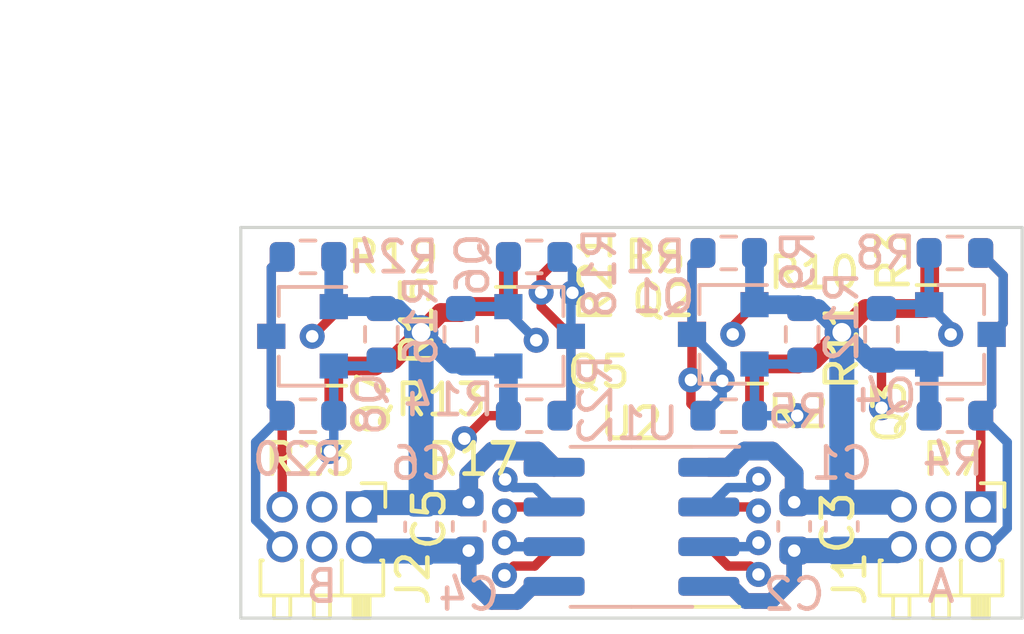
<source format=kicad_pcb>
(kicad_pcb (version 20171130) (host pcbnew "(5.1.10)-1")

  (general
    (thickness 1.6)
    (drawings 15)
    (tracks 310)
    (zones 0)
    (modules 44)
    (nets 21)
  )

  (page A4)
  (layers
    (0 F.Cu signal)
    (1 In1.Cu signal)
    (2 In2.Cu signal)
    (31 B.Cu signal)
    (32 B.Adhes user)
    (33 F.Adhes user)
    (34 B.Paste user)
    (35 F.Paste user)
    (36 B.SilkS user)
    (37 F.SilkS user)
    (38 B.Mask user)
    (39 F.Mask user)
    (40 Dwgs.User user)
    (41 Cmts.User user)
    (42 Eco1.User user)
    (43 Eco2.User user)
    (44 Edge.Cuts user)
    (45 Margin user)
    (46 B.CrtYd user)
    (47 F.CrtYd user)
    (48 B.Fab user hide)
    (49 F.Fab user hide)
  )

  (setup
    (last_trace_width 0.25)
    (user_trace_width 0.25)
    (user_trace_width 0.3)
    (user_trace_width 0.4)
    (user_trace_width 0.5)
    (user_trace_width 0.6)
    (user_trace_width 0.7)
    (user_trace_width 0.8)
    (user_trace_width 1)
    (user_trace_width 1.2)
    (user_trace_width 1.4)
    (user_trace_width 2)
    (trace_clearance 0.2)
    (zone_clearance 0.254)
    (zone_45_only yes)
    (trace_min 0.2)
    (via_size 0.8)
    (via_drill 0.4)
    (via_min_size 0.4)
    (via_min_drill 0.3)
    (user_via 1 0.5)
    (user_via 1.1 0.6)
    (user_via 1.2 0.7)
    (user_via 1.6 1)
    (user_via 1.8 1.2)
    (user_via 2 1.4)
    (user_via 2.4 1.8)
    (uvia_size 0.3)
    (uvia_drill 0.1)
    (uvias_allowed no)
    (uvia_min_size 0.2)
    (uvia_min_drill 0.1)
    (edge_width 0.1)
    (segment_width 0.2)
    (pcb_text_width 0.3)
    (pcb_text_size 1.5 1.5)
    (mod_edge_width 0.15)
    (mod_text_size 1 1)
    (mod_text_width 0.15)
    (pad_size 1.524 1.524)
    (pad_drill 1.524)
    (pad_to_mask_clearance 0)
    (aux_axis_origin 100 100)
    (grid_origin 100 100)
    (visible_elements 7FFFFFFF)
    (pcbplotparams
      (layerselection 0x010fc_ffffffff)
      (usegerberextensions false)
      (usegerberattributes true)
      (usegerberadvancedattributes true)
      (creategerberjobfile true)
      (excludeedgelayer true)
      (linewidth 0.020000)
      (plotframeref false)
      (viasonmask false)
      (mode 1)
      (useauxorigin false)
      (hpglpennumber 1)
      (hpglpenspeed 20)
      (hpglpendiameter 15.000000)
      (psnegative false)
      (psa4output false)
      (plotreference true)
      (plotvalue true)
      (plotinvisibletext false)
      (padsonsilk false)
      (subtractmaskfromsilk true)
      (outputformat 1)
      (mirror false)
      (drillshape 0)
      (scaleselection 1)
      (outputdirectory "Gerbers/"))
  )

  (net 0 "")
  (net 1 VCC)
  (net 2 GND)
  (net 3 VCCQ)
  (net 4 GND2)
  (net 5 /inb)
  (net 6 /outa)
  (net 7 /SCL)
  (net 8 /SDA)
  (net 9 /outb)
  (net 10 /ina)
  (net 11 /SCLq)
  (net 12 /SDAq)
  (net 13 "Net-(Q1-Pad2)")
  (net 14 "Net-(Q2-Pad2)")
  (net 15 "Net-(Q3-Pad2)")
  (net 16 "Net-(Q4-Pad2)")
  (net 17 "Net-(Q5-Pad2)")
  (net 18 "Net-(Q6-Pad2)")
  (net 19 "Net-(Q7-Pad2)")
  (net 20 "Net-(Q8-Pad2)")

  (net_class Default "Это класс цепей по умолчанию."
    (clearance 0.2)
    (trace_width 0.25)
    (via_dia 0.8)
    (via_drill 0.4)
    (uvia_dia 0.3)
    (uvia_drill 0.1)
    (add_net /SCL)
    (add_net /SCLq)
    (add_net /SDA)
    (add_net /SDAq)
    (add_net /ina)
    (add_net /inb)
    (add_net /outa)
    (add_net /outb)
    (add_net GND)
    (add_net GND2)
    (add_net "Net-(Q1-Pad2)")
    (add_net "Net-(Q2-Pad2)")
    (add_net "Net-(Q3-Pad2)")
    (add_net "Net-(Q4-Pad2)")
    (add_net "Net-(Q5-Pad2)")
    (add_net "Net-(Q6-Pad2)")
    (add_net "Net-(Q7-Pad2)")
    (add_net "Net-(Q8-Pad2)")
    (add_net VCC)
    (add_net VCCQ)
  )

  (net_class Digital ""
    (clearance 0.2)
    (trace_width 0.3)
    (via_dia 0.8)
    (via_drill 0.4)
    (uvia_dia 0.3)
    (uvia_drill 0.1)
    (diff_pair_width 0.2)
    (diff_pair_gap 0.3)
  )

  (module Package_SO:SOIC-8_3.9x4.9mm_P1.27mm (layer F.Cu) (tedit 5D9F72B1) (tstamp 61BCC11D)
    (at 100 97.079 180)
    (descr "SOIC, 8 Pin (JEDEC MS-012AA, https://www.analog.com/media/en/package-pcb-resources/package/pkg_pdf/soic_narrow-r/r_8.pdf), generated with kicad-footprint-generator ipc_gullwing_generator.py")
    (tags "SOIC SO")
    (path /666C9B3E)
    (attr smd)
    (fp_text reference U2 (at 0 3.302) (layer F.SilkS)
      (effects (font (size 1 1) (thickness 0.15)))
    )
    (fp_text value ADuM1201AR (at 0 3.4) (layer F.Fab)
      (effects (font (size 1 1) (thickness 0.15)))
    )
    (fp_line (start 3.7 -2.7) (end -3.7 -2.7) (layer F.CrtYd) (width 0.05))
    (fp_line (start 3.7 2.7) (end 3.7 -2.7) (layer F.CrtYd) (width 0.05))
    (fp_line (start -3.7 2.7) (end 3.7 2.7) (layer F.CrtYd) (width 0.05))
    (fp_line (start -3.7 -2.7) (end -3.7 2.7) (layer F.CrtYd) (width 0.05))
    (fp_line (start -1.95 -1.475) (end -0.975 -2.45) (layer F.Fab) (width 0.1))
    (fp_line (start -1.95 2.45) (end -1.95 -1.475) (layer F.Fab) (width 0.1))
    (fp_line (start 1.95 2.45) (end -1.95 2.45) (layer F.Fab) (width 0.1))
    (fp_line (start 1.95 -2.45) (end 1.95 2.45) (layer F.Fab) (width 0.1))
    (fp_line (start -0.975 -2.45) (end 1.95 -2.45) (layer F.Fab) (width 0.1))
    (fp_line (start 0 -2.56) (end -3.45 -2.56) (layer F.SilkS) (width 0.12))
    (fp_line (start 0 -2.56) (end 1.95 -2.56) (layer F.SilkS) (width 0.12))
    (fp_line (start 0 2.56) (end -1.95 2.56) (layer F.SilkS) (width 0.12))
    (fp_line (start 0 2.56) (end 1.95 2.56) (layer F.SilkS) (width 0.12))
    (fp_text user %R (at 0 0) (layer F.Fab)
      (effects (font (size 0.98 0.98) (thickness 0.15)))
    )
    (pad 8 smd roundrect (at 2.475 -1.905 180) (size 1.95 0.6) (layers F.Cu F.Paste F.Mask) (roundrect_rratio 0.25)
      (net 4 GND2))
    (pad 7 smd roundrect (at 2.475 -0.635 180) (size 1.95 0.6) (layers F.Cu F.Paste F.Mask) (roundrect_rratio 0.25)
      (net 20 "Net-(Q8-Pad2)"))
    (pad 6 smd roundrect (at 2.475 0.635 180) (size 1.95 0.6) (layers F.Cu F.Paste F.Mask) (roundrect_rratio 0.25)
      (net 19 "Net-(Q7-Pad2)"))
    (pad 5 smd roundrect (at 2.475 1.905 180) (size 1.95 0.6) (layers F.Cu F.Paste F.Mask) (roundrect_rratio 0.25)
      (net 3 VCCQ))
    (pad 4 smd roundrect (at -2.475 1.905 180) (size 1.95 0.6) (layers F.Cu F.Paste F.Mask) (roundrect_rratio 0.25)
      (net 1 VCC))
    (pad 3 smd roundrect (at -2.475 0.635 180) (size 1.95 0.6) (layers F.Cu F.Paste F.Mask) (roundrect_rratio 0.25)
      (net 15 "Net-(Q3-Pad2)"))
    (pad 2 smd roundrect (at -2.475 -0.635 180) (size 1.95 0.6) (layers F.Cu F.Paste F.Mask) (roundrect_rratio 0.25)
      (net 16 "Net-(Q4-Pad2)"))
    (pad 1 smd roundrect (at -2.475 -1.905 180) (size 1.95 0.6) (layers F.Cu F.Paste F.Mask) (roundrect_rratio 0.25)
      (net 2 GND))
    (model ${KISYS3DMOD}/Package_SO.3dshapes/SOIC-8_3.9x4.9mm_P1.27mm.wrl
      (at (xyz 0 0 0))
      (scale (xyz 1 1 1))
      (rotate (xyz 0 0 0))
    )
  )

  (module Package_SO:SOIC-8_3.9x4.9mm_P1.27mm (layer B.Cu) (tedit 5D9F72B1) (tstamp 61BCC103)
    (at 100 97.079 180)
    (descr "SOIC, 8 Pin (JEDEC MS-012AA, https://www.analog.com/media/en/package-pcb-resources/package/pkg_pdf/soic_narrow-r/r_8.pdf), generated with kicad-footprint-generator ipc_gullwing_generator.py")
    (tags "SOIC SO")
    (path /65156AA4)
    (attr smd)
    (fp_text reference U1 (at -0.508 3.302 180) (layer B.SilkS)
      (effects (font (size 1 1) (thickness 0.15)) (justify mirror))
    )
    (fp_text value ADuM1251ARZ (at 0 -3.4) (layer B.Fab)
      (effects (font (size 1 1) (thickness 0.15)) (justify mirror))
    )
    (fp_line (start 3.7 2.7) (end -3.7 2.7) (layer B.CrtYd) (width 0.05))
    (fp_line (start 3.7 -2.7) (end 3.7 2.7) (layer B.CrtYd) (width 0.05))
    (fp_line (start -3.7 -2.7) (end 3.7 -2.7) (layer B.CrtYd) (width 0.05))
    (fp_line (start -3.7 2.7) (end -3.7 -2.7) (layer B.CrtYd) (width 0.05))
    (fp_line (start -1.95 1.475) (end -0.975 2.45) (layer B.Fab) (width 0.1))
    (fp_line (start -1.95 -2.45) (end -1.95 1.475) (layer B.Fab) (width 0.1))
    (fp_line (start 1.95 -2.45) (end -1.95 -2.45) (layer B.Fab) (width 0.1))
    (fp_line (start 1.95 2.45) (end 1.95 -2.45) (layer B.Fab) (width 0.1))
    (fp_line (start -0.975 2.45) (end 1.95 2.45) (layer B.Fab) (width 0.1))
    (fp_line (start 0 2.56) (end -3.45 2.56) (layer B.SilkS) (width 0.12))
    (fp_line (start 0 2.56) (end 1.95 2.56) (layer B.SilkS) (width 0.12))
    (fp_line (start 0 -2.56) (end -1.95 -2.56) (layer B.SilkS) (width 0.12))
    (fp_line (start 0 -2.56) (end 1.95 -2.56) (layer B.SilkS) (width 0.12))
    (fp_text user %R (at 0 0) (layer B.Fab)
      (effects (font (size 0.98 0.98) (thickness 0.15)) (justify mirror))
    )
    (pad 8 smd roundrect (at 2.475 1.905 180) (size 1.95 0.6) (layers B.Cu B.Paste B.Mask) (roundrect_rratio 0.25)
      (net 3 VCCQ))
    (pad 7 smd roundrect (at 2.475 0.635 180) (size 1.95 0.6) (layers B.Cu B.Paste B.Mask) (roundrect_rratio 0.25)
      (net 17 "Net-(Q5-Pad2)"))
    (pad 6 smd roundrect (at 2.475 -0.635 180) (size 1.95 0.6) (layers B.Cu B.Paste B.Mask) (roundrect_rratio 0.25)
      (net 18 "Net-(Q6-Pad2)"))
    (pad 5 smd roundrect (at 2.475 -1.905 180) (size 1.95 0.6) (layers B.Cu B.Paste B.Mask) (roundrect_rratio 0.25)
      (net 4 GND2))
    (pad 4 smd roundrect (at -2.475 -1.905 180) (size 1.95 0.6) (layers B.Cu B.Paste B.Mask) (roundrect_rratio 0.25)
      (net 2 GND))
    (pad 3 smd roundrect (at -2.475 -0.635 180) (size 1.95 0.6) (layers B.Cu B.Paste B.Mask) (roundrect_rratio 0.25)
      (net 14 "Net-(Q2-Pad2)"))
    (pad 2 smd roundrect (at -2.475 0.635 180) (size 1.95 0.6) (layers B.Cu B.Paste B.Mask) (roundrect_rratio 0.25)
      (net 13 "Net-(Q1-Pad2)"))
    (pad 1 smd roundrect (at -2.475 1.905 180) (size 1.95 0.6) (layers B.Cu B.Paste B.Mask) (roundrect_rratio 0.25)
      (net 1 VCC))
    (model ${KISYS3DMOD}/Package_SO.3dshapes/SOIC-8_3.9x4.9mm_P1.27mm.wrl
      (at (xyz 0 0 0))
      (scale (xyz 1 1 1))
      (rotate (xyz 0 0 0))
    )
  )

  (module Modules:MountingHole_D1.524mm (layer F.Cu) (tedit 61E9572A) (tstamp 61ED5EDD)
    (at 100 98.222)
    (descr "Mounting Hole 4mm, no annular")
    (tags "mounting hole 4mm no annular")
    (path /61FB1324)
    (attr virtual)
    (fp_text reference H2 (at 0 -1.651) (layer F.SilkS) hide
      (effects (font (size 1 1) (thickness 0.15)))
    )
    (fp_text value MountingHole_D1.524mm (at 0 1.651) (layer F.Fab) hide
      (effects (font (size 1 1) (thickness 0.15)))
    )
    (fp_text user %R (at -0.0635 0.0635) (layer F.Fab) hide
      (effects (font (size 1 1) (thickness 0.15)))
    )
    (fp_circle (center 0 0) (end 0.8255 0) (layer F.CrtYd) (width 0.05))
    (fp_circle (center 0 0) (end 0.762 0) (layer Cmts.User) (width 0.15))
    (pad "" np_thru_hole circle (at 0 0 90) (size 1.524 1.524) (drill 1.524) (layers *.Cu *.Mask))
  )

  (module Modules:MountingHole_D1.524mm (layer F.Cu) (tedit 61E9572A) (tstamp 61ED5ED5)
    (at 100 95.936)
    (descr "Mounting Hole 4mm, no annular")
    (tags "mounting hole 4mm no annular")
    (path /61FB05C8)
    (attr virtual)
    (fp_text reference H1 (at 0 -1.651) (layer F.SilkS) hide
      (effects (font (size 1 1) (thickness 0.15)))
    )
    (fp_text value MountingHole_D1.524mm (at 0 1.651) (layer F.Fab) hide
      (effects (font (size 1 1) (thickness 0.15)))
    )
    (fp_text user %R (at -0.0635 0.0635) (layer F.Fab) hide
      (effects (font (size 1 1) (thickness 0.15)))
    )
    (fp_circle (center 0 0) (end 0.8255 0) (layer F.CrtYd) (width 0.05))
    (fp_circle (center 0 0) (end 0.762 0) (layer Cmts.User) (width 0.15))
    (pad "" np_thru_hole circle (at 0 0 90) (size 1.524 1.524) (drill 1.524) (layers *.Cu *.Mask))
  )

  (module Modules:PinHeader_2x03_P1.27mm_Horizontal_short (layer F.Cu) (tedit 61E627B6) (tstamp 61BCBE7A)
    (at 111.176 96.444 270)
    (descr "Through hole angled pin header, 2x03, 1.27mm pitch, 4.0mm pin length, double rows")
    (tags "Through hole angled pin header THT 2x03 1.27mm double row")
    (path /61C0028A)
    (fp_text reference J1 (at 2.286 4.191 90) (layer F.SilkS)
      (effects (font (size 1 1) (thickness 0.15)))
    )
    (fp_text value A (at 3.0675 4.175 90) (layer F.Fab)
      (effects (font (size 1 1) (thickness 0.15)))
    )
    (fp_line (start 2.02 -0.635) (end 2.77 -0.635) (layer F.Fab) (width 0.1))
    (fp_line (start 2.77 -0.635) (end 2.77 3.175) (layer F.Fab) (width 0.1))
    (fp_line (start 2.77 3.175) (end 1.77 3.175) (layer F.Fab) (width 0.1))
    (fp_line (start 1.77 3.175) (end 1.77 -0.385) (layer F.Fab) (width 0.1))
    (fp_line (start 1.77 -0.385) (end 2.02 -0.635) (layer F.Fab) (width 0.1))
    (fp_line (start -0.2 -0.2) (end 1.77 -0.2) (layer F.Fab) (width 0.1))
    (fp_line (start -0.2 -0.2) (end -0.2 0.2) (layer F.Fab) (width 0.1))
    (fp_line (start -0.2 0.2) (end 1.77 0.2) (layer F.Fab) (width 0.1))
    (fp_line (start 2.77 -0.2) (end 3.4925 -0.2) (layer F.Fab) (width 0.1))
    (fp_line (start 3.4925 -0.2) (end 3.4925 0.2) (layer F.Fab) (width 0.1))
    (fp_line (start 2.77 0.2) (end 3.4925 0.2) (layer F.Fab) (width 0.1))
    (fp_line (start -0.2 1.07) (end 1.77 1.07) (layer F.Fab) (width 0.1))
    (fp_line (start -0.2 1.07) (end -0.2 1.47) (layer F.Fab) (width 0.1))
    (fp_line (start -0.2 1.47) (end 1.77 1.47) (layer F.Fab) (width 0.1))
    (fp_line (start 2.77 1.07) (end 3.4925 1.07) (layer F.Fab) (width 0.1))
    (fp_line (start 3.4925 1.07) (end 3.4925 1.47) (layer F.Fab) (width 0.1))
    (fp_line (start 2.77 1.47) (end 3.4925 1.47) (layer F.Fab) (width 0.1))
    (fp_line (start -0.2 2.34) (end 1.77 2.34) (layer F.Fab) (width 0.1))
    (fp_line (start -0.2 2.34) (end -0.2 2.74) (layer F.Fab) (width 0.1))
    (fp_line (start -0.2 2.74) (end 1.77 2.74) (layer F.Fab) (width 0.1))
    (fp_line (start 2.77 2.34) (end 3.4925 2.34) (layer F.Fab) (width 0.1))
    (fp_line (start 3.4925 2.34) (end 3.4925 2.74) (layer F.Fab) (width 0.1))
    (fp_line (start 2.77 2.74) (end 3.4925 2.74) (layer F.Fab) (width 0.1))
    (fp_line (start 1.71 -0.619677) (end 1.71 -0.695) (layer F.SilkS) (width 0.12))
    (fp_line (start 1.71 -0.695) (end 2.83 -0.695) (layer F.SilkS) (width 0.12))
    (fp_line (start 2.83 -0.695) (end 2.83 3.235) (layer F.SilkS) (width 0.12))
    (fp_line (start 2.83 3.235) (end 1.71 3.235) (layer F.SilkS) (width 0.12))
    (fp_line (start 1.71 3.235) (end 1.71 3.159677) (layer F.SilkS) (width 0.12))
    (fp_line (start 2.83 -0.26) (end 3.556 -0.26) (layer F.SilkS) (width 0.12))
    (fp_line (start 3.556 -0.26) (end 3.556 0.26) (layer F.SilkS) (width 0.12))
    (fp_line (start 3.556 0.26) (end 2.83 0.26) (layer F.SilkS) (width 0.12))
    (fp_line (start 2.83 -0.2) (end 3.556 -0.2) (layer F.SilkS) (width 0.12))
    (fp_line (start 2.83 -0.08) (end 3.556 -0.08) (layer F.SilkS) (width 0.12))
    (fp_line (start 2.83 0.04) (end 3.556 0.04) (layer F.SilkS) (width 0.12))
    (fp_line (start 2.83 0.16) (end 3.556 0.16) (layer F.SilkS) (width 0.12))
    (fp_line (start 1.71 0.635) (end 2.83 0.635) (layer F.SilkS) (width 0.12))
    (fp_line (start 1.71 0.619677) (end 1.71 0.650323) (layer F.SilkS) (width 0.12))
    (fp_line (start 2.83 1.01) (end 3.556 1.01) (layer F.SilkS) (width 0.12))
    (fp_line (start 3.556 1.01) (end 3.556 1.53) (layer F.SilkS) (width 0.12))
    (fp_line (start 3.556 1.53) (end 2.83 1.53) (layer F.SilkS) (width 0.12))
    (fp_line (start 1.71 1.905) (end 2.83 1.905) (layer F.SilkS) (width 0.12))
    (fp_line (start 1.71 1.889677) (end 1.71 1.920323) (layer F.SilkS) (width 0.12))
    (fp_line (start 2.83 2.28) (end 3.556 2.28) (layer F.SilkS) (width 0.12))
    (fp_line (start 3.556 2.286) (end 3.556 2.806) (layer F.SilkS) (width 0.12))
    (fp_line (start 3.556 2.806) (end 2.83 2.8) (layer F.SilkS) (width 0.12))
    (fp_line (start -0.76 0) (end -0.76 -0.76) (layer F.SilkS) (width 0.12))
    (fp_line (start -0.76 -0.76) (end 0 -0.76) (layer F.SilkS) (width 0.12))
    (fp_line (start -1.15 -1.15) (end -1.15 3.7) (layer F.CrtYd) (width 0.05))
    (fp_line (start -1.15 3.7) (end 4.064 3.7) (layer F.CrtYd) (width 0.05))
    (fp_line (start 4.064 3.7) (end 4.064 -1.15) (layer F.CrtYd) (width 0.05))
    (fp_line (start 4.064 -1.15) (end -1.15 -1.15) (layer F.CrtYd) (width 0.05))
    (fp_text user %R (at 2.27 1.27) (layer F.Fab)
      (effects (font (size 0.6 0.6) (thickness 0.09)))
    )
    (pad 6 thru_hole oval (at 1.27 2.54 270) (size 1 1) (drill 0.65) (layers *.Cu *.Mask)
      (net 2 GND))
    (pad 5 thru_hole oval (at 0 2.54 270) (size 1 1) (drill 0.65) (layers *.Cu *.Mask)
      (net 1 VCC))
    (pad 4 thru_hole oval (at 1.27 1.27 270) (size 1 1) (drill 0.65) (layers *.Cu *.Mask)
      (net 7 /SCL))
    (pad 3 thru_hole oval (at 0 1.27 270) (size 1 1) (drill 0.65) (layers *.Cu *.Mask)
      (net 8 /SDA))
    (pad 2 thru_hole oval (at 1.27 0 270) (size 1 1) (drill 0.65) (layers *.Cu *.Mask)
      (net 9 /outb))
    (pad 1 thru_hole rect (at 0 0 270) (size 1 1) (drill 0.65) (layers *.Cu *.Mask)
      (net 10 /ina))
    (model ${KISYS3DMOD}/Connector_PinHeader_1.27mm.3dshapes/PinHeader_2x03_P1.27mm_Horizontal.wrl
      (at (xyz 0 0 0))
      (scale (xyz 1 1 1))
      (rotate (xyz 0 0 0))
    )
  )

  (module Modules:PinHeader_2x03_P1.27mm_Horizontal_short (layer F.Cu) (tedit 61E627B6) (tstamp 61BCBEA9)
    (at 91.364 96.444 270)
    (descr "Through hole angled pin header, 2x03, 1.27mm pitch, 4.0mm pin length, double rows")
    (tags "Through hole angled pin header THT 2x03 1.27mm double row")
    (path /61EB6627)
    (fp_text reference J2 (at 2.286 -1.651 90) (layer F.SilkS)
      (effects (font (size 1 1) (thickness 0.15)))
    )
    (fp_text value B (at 3.0675 4.175 90) (layer F.Fab)
      (effects (font (size 1 1) (thickness 0.15)))
    )
    (fp_line (start 2.02 -0.635) (end 2.77 -0.635) (layer F.Fab) (width 0.1))
    (fp_line (start 2.77 -0.635) (end 2.77 3.175) (layer F.Fab) (width 0.1))
    (fp_line (start 2.77 3.175) (end 1.77 3.175) (layer F.Fab) (width 0.1))
    (fp_line (start 1.77 3.175) (end 1.77 -0.385) (layer F.Fab) (width 0.1))
    (fp_line (start 1.77 -0.385) (end 2.02 -0.635) (layer F.Fab) (width 0.1))
    (fp_line (start -0.2 -0.2) (end 1.77 -0.2) (layer F.Fab) (width 0.1))
    (fp_line (start -0.2 -0.2) (end -0.2 0.2) (layer F.Fab) (width 0.1))
    (fp_line (start -0.2 0.2) (end 1.77 0.2) (layer F.Fab) (width 0.1))
    (fp_line (start 2.77 -0.2) (end 3.4925 -0.2) (layer F.Fab) (width 0.1))
    (fp_line (start 3.4925 -0.2) (end 3.4925 0.2) (layer F.Fab) (width 0.1))
    (fp_line (start 2.77 0.2) (end 3.4925 0.2) (layer F.Fab) (width 0.1))
    (fp_line (start -0.2 1.07) (end 1.77 1.07) (layer F.Fab) (width 0.1))
    (fp_line (start -0.2 1.07) (end -0.2 1.47) (layer F.Fab) (width 0.1))
    (fp_line (start -0.2 1.47) (end 1.77 1.47) (layer F.Fab) (width 0.1))
    (fp_line (start 2.77 1.07) (end 3.4925 1.07) (layer F.Fab) (width 0.1))
    (fp_line (start 3.4925 1.07) (end 3.4925 1.47) (layer F.Fab) (width 0.1))
    (fp_line (start 2.77 1.47) (end 3.4925 1.47) (layer F.Fab) (width 0.1))
    (fp_line (start -0.2 2.34) (end 1.77 2.34) (layer F.Fab) (width 0.1))
    (fp_line (start -0.2 2.34) (end -0.2 2.74) (layer F.Fab) (width 0.1))
    (fp_line (start -0.2 2.74) (end 1.77 2.74) (layer F.Fab) (width 0.1))
    (fp_line (start 2.77 2.34) (end 3.4925 2.34) (layer F.Fab) (width 0.1))
    (fp_line (start 3.4925 2.34) (end 3.4925 2.74) (layer F.Fab) (width 0.1))
    (fp_line (start 2.77 2.74) (end 3.4925 2.74) (layer F.Fab) (width 0.1))
    (fp_line (start 1.71 -0.619677) (end 1.71 -0.695) (layer F.SilkS) (width 0.12))
    (fp_line (start 1.71 -0.695) (end 2.83 -0.695) (layer F.SilkS) (width 0.12))
    (fp_line (start 2.83 -0.695) (end 2.83 3.235) (layer F.SilkS) (width 0.12))
    (fp_line (start 2.83 3.235) (end 1.71 3.235) (layer F.SilkS) (width 0.12))
    (fp_line (start 1.71 3.235) (end 1.71 3.159677) (layer F.SilkS) (width 0.12))
    (fp_line (start 2.83 -0.26) (end 3.556 -0.26) (layer F.SilkS) (width 0.12))
    (fp_line (start 3.556 -0.26) (end 3.556 0.26) (layer F.SilkS) (width 0.12))
    (fp_line (start 3.556 0.26) (end 2.83 0.26) (layer F.SilkS) (width 0.12))
    (fp_line (start 2.83 -0.2) (end 3.556 -0.2) (layer F.SilkS) (width 0.12))
    (fp_line (start 2.83 -0.08) (end 3.556 -0.08) (layer F.SilkS) (width 0.12))
    (fp_line (start 2.83 0.04) (end 3.556 0.04) (layer F.SilkS) (width 0.12))
    (fp_line (start 2.83 0.16) (end 3.556 0.16) (layer F.SilkS) (width 0.12))
    (fp_line (start 1.71 0.635) (end 2.83 0.635) (layer F.SilkS) (width 0.12))
    (fp_line (start 1.71 0.619677) (end 1.71 0.650323) (layer F.SilkS) (width 0.12))
    (fp_line (start 2.83 1.01) (end 3.556 1.01) (layer F.SilkS) (width 0.12))
    (fp_line (start 3.556 1.01) (end 3.556 1.53) (layer F.SilkS) (width 0.12))
    (fp_line (start 3.556 1.53) (end 2.83 1.53) (layer F.SilkS) (width 0.12))
    (fp_line (start 1.71 1.905) (end 2.83 1.905) (layer F.SilkS) (width 0.12))
    (fp_line (start 1.71 1.889677) (end 1.71 1.920323) (layer F.SilkS) (width 0.12))
    (fp_line (start 2.83 2.28) (end 3.556 2.28) (layer F.SilkS) (width 0.12))
    (fp_line (start 3.556 2.286) (end 3.556 2.806) (layer F.SilkS) (width 0.12))
    (fp_line (start 3.556 2.806) (end 2.83 2.8) (layer F.SilkS) (width 0.12))
    (fp_line (start -0.76 0) (end -0.76 -0.76) (layer F.SilkS) (width 0.12))
    (fp_line (start -0.76 -0.76) (end 0 -0.76) (layer F.SilkS) (width 0.12))
    (fp_line (start -1.15 -1.15) (end -1.15 3.7) (layer F.CrtYd) (width 0.05))
    (fp_line (start -1.15 3.7) (end 4.064 3.7) (layer F.CrtYd) (width 0.05))
    (fp_line (start 4.064 3.7) (end 4.064 -1.15) (layer F.CrtYd) (width 0.05))
    (fp_line (start 4.064 -1.15) (end -1.15 -1.15) (layer F.CrtYd) (width 0.05))
    (fp_text user %R (at 2.27 1.27) (layer F.Fab)
      (effects (font (size 0.6 0.6) (thickness 0.09)))
    )
    (pad 6 thru_hole oval (at 1.27 2.54 270) (size 1 1) (drill 0.65) (layers *.Cu *.Mask)
      (net 5 /inb))
    (pad 5 thru_hole oval (at 0 2.54 270) (size 1 1) (drill 0.65) (layers *.Cu *.Mask)
      (net 6 /outa))
    (pad 4 thru_hole oval (at 1.27 1.27 270) (size 1 1) (drill 0.65) (layers *.Cu *.Mask)
      (net 11 /SCLq))
    (pad 3 thru_hole oval (at 0 1.27 270) (size 1 1) (drill 0.65) (layers *.Cu *.Mask)
      (net 12 /SDAq))
    (pad 2 thru_hole oval (at 1.27 0 270) (size 1 1) (drill 0.65) (layers *.Cu *.Mask)
      (net 4 GND2))
    (pad 1 thru_hole rect (at 0 0 270) (size 1 1) (drill 0.65) (layers *.Cu *.Mask)
      (net 3 VCCQ))
    (model ${KISYS3DMOD}/Connector_PinHeader_1.27mm.3dshapes/PinHeader_2x03_P1.27mm_Horizontal.wrl
      (at (xyz 0 0 0))
      (scale (xyz 1 1 1))
      (rotate (xyz 0 0 0))
    )
  )

  (module Resistor_SMD:R_0603_1608Metric (layer B.Cu) (tedit 5F68FEEE) (tstamp 61BCC0E9)
    (at 89.65 88.443)
    (descr "Resistor SMD 0603 (1608 Metric), square (rectangular) end terminal, IPC_7351 nominal, (Body size source: IPC-SM-782 page 72, https://www.pcb-3d.com/wordpress/wp-content/uploads/ipc-sm-782a_amendment_1_and_2.pdf), generated with kicad-footprint-generator")
    (tags resistor)
    (path /61EA9390)
    (attr smd)
    (fp_text reference R24 (at 2.73 0) (layer B.SilkS)
      (effects (font (size 1 1) (thickness 0.15)) (justify mirror))
    )
    (fp_text value 2.2M (at 0 -1.43) (layer B.Fab)
      (effects (font (size 1 1) (thickness 0.15)) (justify mirror))
    )
    (fp_line (start 1.48 -0.73) (end -1.48 -0.73) (layer B.CrtYd) (width 0.05))
    (fp_line (start 1.48 0.73) (end 1.48 -0.73) (layer B.CrtYd) (width 0.05))
    (fp_line (start -1.48 0.73) (end 1.48 0.73) (layer B.CrtYd) (width 0.05))
    (fp_line (start -1.48 -0.73) (end -1.48 0.73) (layer B.CrtYd) (width 0.05))
    (fp_line (start -0.237258 -0.5225) (end 0.237258 -0.5225) (layer B.SilkS) (width 0.12))
    (fp_line (start -0.237258 0.5225) (end 0.237258 0.5225) (layer B.SilkS) (width 0.12))
    (fp_line (start 0.8 -0.4125) (end -0.8 -0.4125) (layer B.Fab) (width 0.1))
    (fp_line (start 0.8 0.4125) (end 0.8 -0.4125) (layer B.Fab) (width 0.1))
    (fp_line (start -0.8 0.4125) (end 0.8 0.4125) (layer B.Fab) (width 0.1))
    (fp_line (start -0.8 -0.4125) (end -0.8 0.4125) (layer B.Fab) (width 0.1))
    (fp_text user %R (at 0 0) (layer B.Fab)
      (effects (font (size 0.4 0.4) (thickness 0.06)) (justify mirror))
    )
    (pad 2 smd roundrect (at 0.825 0) (size 0.8 0.95) (layers B.Cu B.Paste B.Mask) (roundrect_rratio 0.25)
      (net 3 VCCQ))
    (pad 1 smd roundrect (at -0.825 0) (size 0.8 0.95) (layers B.Cu B.Paste B.Mask) (roundrect_rratio 0.25)
      (net 5 /inb))
    (model ${KISYS3DMOD}/Resistor_SMD.3dshapes/R_0603_1608Metric.wrl
      (at (xyz 0 0 0))
      (scale (xyz 1 1 1))
      (rotate (xyz 0 0 0))
    )
  )

  (module Resistor_SMD:R_0603_1608Metric (layer F.Cu) (tedit 5F68FEEE) (tstamp 61BCC0D8)
    (at 89.65 93.523)
    (descr "Resistor SMD 0603 (1608 Metric), square (rectangular) end terminal, IPC_7351 nominal, (Body size source: IPC-SM-782 page 72, https://www.pcb-3d.com/wordpress/wp-content/uploads/ipc-sm-782a_amendment_1_and_2.pdf), generated with kicad-footprint-generator")
    (tags resistor)
    (path /61EA93B0)
    (attr smd)
    (fp_text reference R23 (at 0.063 1.397) (layer F.SilkS)
      (effects (font (size 1 1) (thickness 0.15)))
    )
    (fp_text value 2.2M (at 0 1.43) (layer F.Fab)
      (effects (font (size 1 1) (thickness 0.15)))
    )
    (fp_line (start -0.8 0.4125) (end -0.8 -0.4125) (layer F.Fab) (width 0.1))
    (fp_line (start -0.8 -0.4125) (end 0.8 -0.4125) (layer F.Fab) (width 0.1))
    (fp_line (start 0.8 -0.4125) (end 0.8 0.4125) (layer F.Fab) (width 0.1))
    (fp_line (start 0.8 0.4125) (end -0.8 0.4125) (layer F.Fab) (width 0.1))
    (fp_line (start -0.237258 -0.5225) (end 0.237258 -0.5225) (layer F.SilkS) (width 0.12))
    (fp_line (start -0.237258 0.5225) (end 0.237258 0.5225) (layer F.SilkS) (width 0.12))
    (fp_line (start -1.48 0.73) (end -1.48 -0.73) (layer F.CrtYd) (width 0.05))
    (fp_line (start -1.48 -0.73) (end 1.48 -0.73) (layer F.CrtYd) (width 0.05))
    (fp_line (start 1.48 -0.73) (end 1.48 0.73) (layer F.CrtYd) (width 0.05))
    (fp_line (start 1.48 0.73) (end -1.48 0.73) (layer F.CrtYd) (width 0.05))
    (fp_text user %R (at 0 0) (layer F.Fab)
      (effects (font (size 0.4 0.4) (thickness 0.06)))
    )
    (pad 1 smd roundrect (at -0.825 0) (size 0.8 0.95) (layers F.Cu F.Paste F.Mask) (roundrect_rratio 0.25)
      (net 6 /outa))
    (pad 2 smd roundrect (at 0.825 0) (size 0.8 0.95) (layers F.Cu F.Paste F.Mask) (roundrect_rratio 0.25)
      (net 3 VCCQ))
    (model ${KISYS3DMOD}/Resistor_SMD.3dshapes/R_0603_1608Metric.wrl
      (at (xyz 0 0 0))
      (scale (xyz 1 1 1))
      (rotate (xyz 0 0 0))
    )
  )

  (module Resistor_SMD:R_0603_1608Metric (layer B.Cu) (tedit 5F68FEEE) (tstamp 61BCC0C7)
    (at 96.888 93.523 180)
    (descr "Resistor SMD 0603 (1608 Metric), square (rectangular) end terminal, IPC_7351 nominal, (Body size source: IPC-SM-782 page 72, https://www.pcb-3d.com/wordpress/wp-content/uploads/ipc-sm-782a_amendment_1_and_2.pdf), generated with kicad-footprint-generator")
    (tags resistor)
    (path /61A84CC1)
    (attr smd)
    (fp_text reference R22 (at -1.969 0.508 90) (layer B.SilkS)
      (effects (font (size 1 1) (thickness 0.15)) (justify mirror))
    )
    (fp_text value 2.2M (at 0 -1.43) (layer B.Fab)
      (effects (font (size 1 1) (thickness 0.15)) (justify mirror))
    )
    (fp_line (start 1.48 -0.73) (end -1.48 -0.73) (layer B.CrtYd) (width 0.05))
    (fp_line (start 1.48 0.73) (end 1.48 -0.73) (layer B.CrtYd) (width 0.05))
    (fp_line (start -1.48 0.73) (end 1.48 0.73) (layer B.CrtYd) (width 0.05))
    (fp_line (start -1.48 -0.73) (end -1.48 0.73) (layer B.CrtYd) (width 0.05))
    (fp_line (start -0.237258 -0.5225) (end 0.237258 -0.5225) (layer B.SilkS) (width 0.12))
    (fp_line (start -0.237258 0.5225) (end 0.237258 0.5225) (layer B.SilkS) (width 0.12))
    (fp_line (start 0.8 -0.4125) (end -0.8 -0.4125) (layer B.Fab) (width 0.1))
    (fp_line (start 0.8 0.4125) (end 0.8 -0.4125) (layer B.Fab) (width 0.1))
    (fp_line (start -0.8 0.4125) (end 0.8 0.4125) (layer B.Fab) (width 0.1))
    (fp_line (start -0.8 -0.4125) (end -0.8 0.4125) (layer B.Fab) (width 0.1))
    (fp_text user %R (at 0 0) (layer B.Fab)
      (effects (font (size 0.4 0.4) (thickness 0.06)) (justify mirror))
    )
    (pad 2 smd roundrect (at 0.825 0 180) (size 0.8 0.95) (layers B.Cu B.Paste B.Mask) (roundrect_rratio 0.25)
      (net 3 VCCQ))
    (pad 1 smd roundrect (at -0.825 0 180) (size 0.8 0.95) (layers B.Cu B.Paste B.Mask) (roundrect_rratio 0.25)
      (net 11 /SCLq))
    (model ${KISYS3DMOD}/Resistor_SMD.3dshapes/R_0603_1608Metric.wrl
      (at (xyz 0 0 0))
      (scale (xyz 1 1 1))
      (rotate (xyz 0 0 0))
    )
  )

  (module Resistor_SMD:R_0603_1608Metric (layer F.Cu) (tedit 5F68FEEE) (tstamp 61BCC0B6)
    (at 96.888 88.443 180)
    (descr "Resistor SMD 0603 (1608 Metric), square (rectangular) end terminal, IPC_7351 nominal, (Body size source: IPC-SM-782 page 72, https://www.pcb-3d.com/wordpress/wp-content/uploads/ipc-sm-782a_amendment_1_and_2.pdf), generated with kicad-footprint-generator")
    (tags resistor)
    (path /61B2835C)
    (attr smd)
    (fp_text reference R21 (at -1.969 -0.635 90) (layer F.SilkS)
      (effects (font (size 1 1) (thickness 0.15)))
    )
    (fp_text value 2.2M (at 0 1.43) (layer F.Fab)
      (effects (font (size 1 1) (thickness 0.15)))
    )
    (fp_line (start 1.48 0.73) (end -1.48 0.73) (layer F.CrtYd) (width 0.05))
    (fp_line (start 1.48 -0.73) (end 1.48 0.73) (layer F.CrtYd) (width 0.05))
    (fp_line (start -1.48 -0.73) (end 1.48 -0.73) (layer F.CrtYd) (width 0.05))
    (fp_line (start -1.48 0.73) (end -1.48 -0.73) (layer F.CrtYd) (width 0.05))
    (fp_line (start -0.237258 0.5225) (end 0.237258 0.5225) (layer F.SilkS) (width 0.12))
    (fp_line (start -0.237258 -0.5225) (end 0.237258 -0.5225) (layer F.SilkS) (width 0.12))
    (fp_line (start 0.8 0.4125) (end -0.8 0.4125) (layer F.Fab) (width 0.1))
    (fp_line (start 0.8 -0.4125) (end 0.8 0.4125) (layer F.Fab) (width 0.1))
    (fp_line (start -0.8 -0.4125) (end 0.8 -0.4125) (layer F.Fab) (width 0.1))
    (fp_line (start -0.8 0.4125) (end -0.8 -0.4125) (layer F.Fab) (width 0.1))
    (fp_text user %R (at 0 0) (layer F.Fab)
      (effects (font (size 0.4 0.4) (thickness 0.06)))
    )
    (pad 2 smd roundrect (at 0.825 0 180) (size 0.8 0.95) (layers F.Cu F.Paste F.Mask) (roundrect_rratio 0.25)
      (net 3 VCCQ))
    (pad 1 smd roundrect (at -0.825 0 180) (size 0.8 0.95) (layers F.Cu F.Paste F.Mask) (roundrect_rratio 0.25)
      (net 12 /SDAq))
    (model ${KISYS3DMOD}/Resistor_SMD.3dshapes/R_0603_1608Metric.wrl
      (at (xyz 0 0 0))
      (scale (xyz 1 1 1))
      (rotate (xyz 0 0 0))
    )
  )

  (module Resistor_SMD:R_0603_1608Metric (layer B.Cu) (tedit 5F68FEEE) (tstamp 61BCC0A5)
    (at 89.65 93.523)
    (descr "Resistor SMD 0603 (1608 Metric), square (rectangular) end terminal, IPC_7351 nominal, (Body size source: IPC-SM-782 page 72, https://www.pcb-3d.com/wordpress/wp-content/uploads/ipc-sm-782a_amendment_1_and_2.pdf), generated with kicad-footprint-generator")
    (tags resistor)
    (path /61DD4281)
    (attr smd)
    (fp_text reference R20 (at -0.318 1.397) (layer B.SilkS)
      (effects (font (size 1 1) (thickness 0.15)) (justify mirror))
    )
    (fp_text value 0 (at 0 -1.43) (layer B.Fab)
      (effects (font (size 1 1) (thickness 0.15)) (justify mirror))
    )
    (fp_line (start 1.48 -0.73) (end -1.48 -0.73) (layer B.CrtYd) (width 0.05))
    (fp_line (start 1.48 0.73) (end 1.48 -0.73) (layer B.CrtYd) (width 0.05))
    (fp_line (start -1.48 0.73) (end 1.48 0.73) (layer B.CrtYd) (width 0.05))
    (fp_line (start -1.48 -0.73) (end -1.48 0.73) (layer B.CrtYd) (width 0.05))
    (fp_line (start -0.237258 -0.5225) (end 0.237258 -0.5225) (layer B.SilkS) (width 0.12))
    (fp_line (start -0.237258 0.5225) (end 0.237258 0.5225) (layer B.SilkS) (width 0.12))
    (fp_line (start 0.8 -0.4125) (end -0.8 -0.4125) (layer B.Fab) (width 0.1))
    (fp_line (start 0.8 0.4125) (end 0.8 -0.4125) (layer B.Fab) (width 0.1))
    (fp_line (start -0.8 0.4125) (end 0.8 0.4125) (layer B.Fab) (width 0.1))
    (fp_line (start -0.8 -0.4125) (end -0.8 0.4125) (layer B.Fab) (width 0.1))
    (fp_text user %R (at 0 0) (layer B.Fab)
      (effects (font (size 0.4 0.4) (thickness 0.06)) (justify mirror))
    )
    (pad 2 smd roundrect (at 0.825 0) (size 0.8 0.95) (layers B.Cu B.Paste B.Mask) (roundrect_rratio 0.25)
      (net 20 "Net-(Q8-Pad2)"))
    (pad 1 smd roundrect (at -0.825 0) (size 0.8 0.95) (layers B.Cu B.Paste B.Mask) (roundrect_rratio 0.25)
      (net 5 /inb))
    (model ${KISYS3DMOD}/Resistor_SMD.3dshapes/R_0603_1608Metric.wrl
      (at (xyz 0 0 0))
      (scale (xyz 1 1 1))
      (rotate (xyz 0 0 0))
    )
  )

  (module Resistor_SMD:R_0603_1608Metric (layer F.Cu) (tedit 5F68FEEE) (tstamp 61BCC094)
    (at 89.649 88.443)
    (descr "Resistor SMD 0603 (1608 Metric), square (rectangular) end terminal, IPC_7351 nominal, (Body size source: IPC-SM-782 page 72, https://www.pcb-3d.com/wordpress/wp-content/uploads/ipc-sm-782a_amendment_1_and_2.pdf), generated with kicad-footprint-generator")
    (tags resistor)
    (path /61D87670)
    (attr smd)
    (fp_text reference R19 (at 2.731 0 180) (layer F.SilkS)
      (effects (font (size 1 1) (thickness 0.15)))
    )
    (fp_text value 0 (at 0 1.43) (layer F.Fab)
      (effects (font (size 1 1) (thickness 0.15)))
    )
    (fp_line (start -0.8 0.4125) (end -0.8 -0.4125) (layer F.Fab) (width 0.1))
    (fp_line (start -0.8 -0.4125) (end 0.8 -0.4125) (layer F.Fab) (width 0.1))
    (fp_line (start 0.8 -0.4125) (end 0.8 0.4125) (layer F.Fab) (width 0.1))
    (fp_line (start 0.8 0.4125) (end -0.8 0.4125) (layer F.Fab) (width 0.1))
    (fp_line (start -0.237258 -0.5225) (end 0.237258 -0.5225) (layer F.SilkS) (width 0.12))
    (fp_line (start -0.237258 0.5225) (end 0.237258 0.5225) (layer F.SilkS) (width 0.12))
    (fp_line (start -1.48 0.73) (end -1.48 -0.73) (layer F.CrtYd) (width 0.05))
    (fp_line (start -1.48 -0.73) (end 1.48 -0.73) (layer F.CrtYd) (width 0.05))
    (fp_line (start 1.48 -0.73) (end 1.48 0.73) (layer F.CrtYd) (width 0.05))
    (fp_line (start 1.48 0.73) (end -1.48 0.73) (layer F.CrtYd) (width 0.05))
    (fp_text user %R (at 0 0) (layer F.Fab)
      (effects (font (size 0.4 0.4) (thickness 0.06)))
    )
    (pad 1 smd roundrect (at -0.825 0) (size 0.8 0.95) (layers F.Cu F.Paste F.Mask) (roundrect_rratio 0.25)
      (net 6 /outa))
    (pad 2 smd roundrect (at 0.825 0) (size 0.8 0.95) (layers F.Cu F.Paste F.Mask) (roundrect_rratio 0.25)
      (net 19 "Net-(Q7-Pad2)"))
    (model ${KISYS3DMOD}/Resistor_SMD.3dshapes/R_0603_1608Metric.wrl
      (at (xyz 0 0 0))
      (scale (xyz 1 1 1))
      (rotate (xyz 0 0 0))
    )
  )

  (module Resistor_SMD:R_0603_1608Metric (layer B.Cu) (tedit 5F68FEEE) (tstamp 61BCC083)
    (at 96.888 88.443 180)
    (descr "Resistor SMD 0603 (1608 Metric), square (rectangular) end terminal, IPC_7351 nominal, (Body size source: IPC-SM-782 page 72, https://www.pcb-3d.com/wordpress/wp-content/uploads/ipc-sm-782a_amendment_1_and_2.pdf), generated with kicad-footprint-generator")
    (tags resistor)
    (path /61F68DB4)
    (attr smd)
    (fp_text reference R18 (at -2.096 -0.508 90) (layer B.SilkS)
      (effects (font (size 1 1) (thickness 0.15)) (justify mirror))
    )
    (fp_text value 0 (at 0 -1.43) (layer B.Fab)
      (effects (font (size 1 1) (thickness 0.15)) (justify mirror))
    )
    (fp_line (start 1.48 -0.73) (end -1.48 -0.73) (layer B.CrtYd) (width 0.05))
    (fp_line (start 1.48 0.73) (end 1.48 -0.73) (layer B.CrtYd) (width 0.05))
    (fp_line (start -1.48 0.73) (end 1.48 0.73) (layer B.CrtYd) (width 0.05))
    (fp_line (start -1.48 -0.73) (end -1.48 0.73) (layer B.CrtYd) (width 0.05))
    (fp_line (start -0.237258 -0.5225) (end 0.237258 -0.5225) (layer B.SilkS) (width 0.12))
    (fp_line (start -0.237258 0.5225) (end 0.237258 0.5225) (layer B.SilkS) (width 0.12))
    (fp_line (start 0.8 -0.4125) (end -0.8 -0.4125) (layer B.Fab) (width 0.1))
    (fp_line (start 0.8 0.4125) (end 0.8 -0.4125) (layer B.Fab) (width 0.1))
    (fp_line (start -0.8 0.4125) (end 0.8 0.4125) (layer B.Fab) (width 0.1))
    (fp_line (start -0.8 -0.4125) (end -0.8 0.4125) (layer B.Fab) (width 0.1))
    (fp_text user %R (at 0 0) (layer B.Fab)
      (effects (font (size 0.4 0.4) (thickness 0.06)) (justify mirror))
    )
    (pad 2 smd roundrect (at 0.825 0 180) (size 0.8 0.95) (layers B.Cu B.Paste B.Mask) (roundrect_rratio 0.25)
      (net 18 "Net-(Q6-Pad2)"))
    (pad 1 smd roundrect (at -0.825 0 180) (size 0.8 0.95) (layers B.Cu B.Paste B.Mask) (roundrect_rratio 0.25)
      (net 11 /SCLq))
    (model ${KISYS3DMOD}/Resistor_SMD.3dshapes/R_0603_1608Metric.wrl
      (at (xyz 0 0 0))
      (scale (xyz 1 1 1))
      (rotate (xyz 0 0 0))
    )
  )

  (module Resistor_SMD:R_0603_1608Metric (layer F.Cu) (tedit 5F68FEEE) (tstamp 61BCC072)
    (at 96.888 93.523 180)
    (descr "Resistor SMD 0603 (1608 Metric), square (rectangular) end terminal, IPC_7351 nominal, (Body size source: IPC-SM-782 page 72, https://www.pcb-3d.com/wordpress/wp-content/uploads/ipc-sm-782a_amendment_1_and_2.pdf), generated with kicad-footprint-generator")
    (tags resistor)
    (path /61F1F53D)
    (attr smd)
    (fp_text reference R17 (at 1.968 -1.397 180) (layer F.SilkS)
      (effects (font (size 1 1) (thickness 0.15)))
    )
    (fp_text value 0 (at 0 1.43) (layer F.Fab)
      (effects (font (size 1 1) (thickness 0.15)))
    )
    (fp_line (start 1.48 0.73) (end -1.48 0.73) (layer F.CrtYd) (width 0.05))
    (fp_line (start 1.48 -0.73) (end 1.48 0.73) (layer F.CrtYd) (width 0.05))
    (fp_line (start -1.48 -0.73) (end 1.48 -0.73) (layer F.CrtYd) (width 0.05))
    (fp_line (start -1.48 0.73) (end -1.48 -0.73) (layer F.CrtYd) (width 0.05))
    (fp_line (start -0.237258 0.5225) (end 0.237258 0.5225) (layer F.SilkS) (width 0.12))
    (fp_line (start -0.237258 -0.5225) (end 0.237258 -0.5225) (layer F.SilkS) (width 0.12))
    (fp_line (start 0.8 0.4125) (end -0.8 0.4125) (layer F.Fab) (width 0.1))
    (fp_line (start 0.8 -0.4125) (end 0.8 0.4125) (layer F.Fab) (width 0.1))
    (fp_line (start -0.8 -0.4125) (end 0.8 -0.4125) (layer F.Fab) (width 0.1))
    (fp_line (start -0.8 0.4125) (end -0.8 -0.4125) (layer F.Fab) (width 0.1))
    (fp_text user %R (at 0 0) (layer F.Fab)
      (effects (font (size 0.4 0.4) (thickness 0.06)))
    )
    (pad 2 smd roundrect (at 0.825 0 180) (size 0.8 0.95) (layers F.Cu F.Paste F.Mask) (roundrect_rratio 0.25)
      (net 17 "Net-(Q5-Pad2)"))
    (pad 1 smd roundrect (at -0.825 0 180) (size 0.8 0.95) (layers F.Cu F.Paste F.Mask) (roundrect_rratio 0.25)
      (net 12 /SDAq))
    (model ${KISYS3DMOD}/Resistor_SMD.3dshapes/R_0603_1608Metric.wrl
      (at (xyz 0 0 0))
      (scale (xyz 1 1 1))
      (rotate (xyz 0 0 0))
    )
  )

  (module Resistor_SMD:R_0603_1608Metric (layer B.Cu) (tedit 5F68FEEE) (tstamp 61BCC061)
    (at 91.999 90.919 270)
    (descr "Resistor SMD 0603 (1608 Metric), square (rectangular) end terminal, IPC_7351 nominal, (Body size source: IPC-SM-782 page 72, https://www.pcb-3d.com/wordpress/wp-content/uploads/ipc-sm-782a_amendment_1_and_2.pdf), generated with kicad-footprint-generator")
    (tags resistor)
    (path /61EA938A)
    (attr smd)
    (fp_text reference R16 (at -0.444 -1.27 270) (layer B.SilkS)
      (effects (font (size 1 1) (thickness 0.15)) (justify mirror))
    )
    (fp_text value 10k (at 0 -1.43 270) (layer B.Fab)
      (effects (font (size 1 1) (thickness 0.15)) (justify mirror))
    )
    (fp_line (start 1.48 -0.73) (end -1.48 -0.73) (layer B.CrtYd) (width 0.05))
    (fp_line (start 1.48 0.73) (end 1.48 -0.73) (layer B.CrtYd) (width 0.05))
    (fp_line (start -1.48 0.73) (end 1.48 0.73) (layer B.CrtYd) (width 0.05))
    (fp_line (start -1.48 -0.73) (end -1.48 0.73) (layer B.CrtYd) (width 0.05))
    (fp_line (start -0.237258 -0.5225) (end 0.237258 -0.5225) (layer B.SilkS) (width 0.12))
    (fp_line (start -0.237258 0.5225) (end 0.237258 0.5225) (layer B.SilkS) (width 0.12))
    (fp_line (start 0.8 -0.4125) (end -0.8 -0.4125) (layer B.Fab) (width 0.1))
    (fp_line (start 0.8 0.4125) (end 0.8 -0.4125) (layer B.Fab) (width 0.1))
    (fp_line (start -0.8 0.4125) (end 0.8 0.4125) (layer B.Fab) (width 0.1))
    (fp_line (start -0.8 -0.4125) (end -0.8 0.4125) (layer B.Fab) (width 0.1))
    (fp_text user %R (at 0 0 270) (layer B.Fab)
      (effects (font (size 0.4 0.4) (thickness 0.06)) (justify mirror))
    )
    (pad 2 smd roundrect (at 0.825 0 270) (size 0.8 0.95) (layers B.Cu B.Paste B.Mask) (roundrect_rratio 0.25)
      (net 20 "Net-(Q8-Pad2)"))
    (pad 1 smd roundrect (at -0.825 0 270) (size 0.8 0.95) (layers B.Cu B.Paste B.Mask) (roundrect_rratio 0.25)
      (net 3 VCCQ))
    (model ${KISYS3DMOD}/Resistor_SMD.3dshapes/R_0603_1608Metric.wrl
      (at (xyz 0 0 0))
      (scale (xyz 1 1 1))
      (rotate (xyz 0 0 0))
    )
  )

  (module Resistor_SMD:R_0603_1608Metric (layer F.Cu) (tedit 5F68FEEE) (tstamp 61BCC050)
    (at 91.999 90.92 90)
    (descr "Resistor SMD 0603 (1608 Metric), square (rectangular) end terminal, IPC_7351 nominal, (Body size source: IPC-SM-782 page 72, https://www.pcb-3d.com/wordpress/wp-content/uploads/ipc-sm-782a_amendment_1_and_2.pdf), generated with kicad-footprint-generator")
    (tags resistor)
    (path /61EA93AA)
    (attr smd)
    (fp_text reference R15 (at 0.445 1.143 90) (layer F.SilkS)
      (effects (font (size 1 1) (thickness 0.15)))
    )
    (fp_text value 10k (at 0 1.43 90) (layer F.Fab)
      (effects (font (size 1 1) (thickness 0.15)))
    )
    (fp_line (start -0.8 0.4125) (end -0.8 -0.4125) (layer F.Fab) (width 0.1))
    (fp_line (start -0.8 -0.4125) (end 0.8 -0.4125) (layer F.Fab) (width 0.1))
    (fp_line (start 0.8 -0.4125) (end 0.8 0.4125) (layer F.Fab) (width 0.1))
    (fp_line (start 0.8 0.4125) (end -0.8 0.4125) (layer F.Fab) (width 0.1))
    (fp_line (start -0.237258 -0.5225) (end 0.237258 -0.5225) (layer F.SilkS) (width 0.12))
    (fp_line (start -0.237258 0.5225) (end 0.237258 0.5225) (layer F.SilkS) (width 0.12))
    (fp_line (start -1.48 0.73) (end -1.48 -0.73) (layer F.CrtYd) (width 0.05))
    (fp_line (start -1.48 -0.73) (end 1.48 -0.73) (layer F.CrtYd) (width 0.05))
    (fp_line (start 1.48 -0.73) (end 1.48 0.73) (layer F.CrtYd) (width 0.05))
    (fp_line (start 1.48 0.73) (end -1.48 0.73) (layer F.CrtYd) (width 0.05))
    (fp_text user %R (at 0 0 90) (layer F.Fab)
      (effects (font (size 0.4 0.4) (thickness 0.06)))
    )
    (pad 1 smd roundrect (at -0.825 0 90) (size 0.8 0.95) (layers F.Cu F.Paste F.Mask) (roundrect_rratio 0.25)
      (net 3 VCCQ))
    (pad 2 smd roundrect (at 0.825 0 90) (size 0.8 0.95) (layers F.Cu F.Paste F.Mask) (roundrect_rratio 0.25)
      (net 19 "Net-(Q7-Pad2)"))
    (model ${KISYS3DMOD}/Resistor_SMD.3dshapes/R_0603_1608Metric.wrl
      (at (xyz 0 0 0))
      (scale (xyz 1 1 1))
      (rotate (xyz 0 0 0))
    )
  )

  (module Resistor_SMD:R_0603_1608Metric (layer B.Cu) (tedit 5F68FEEE) (tstamp 61BCC03F)
    (at 94.539 90.919 90)
    (descr "Resistor SMD 0603 (1608 Metric), square (rectangular) end terminal, IPC_7351 nominal, (Body size source: IPC-SM-782 page 72, https://www.pcb-3d.com/wordpress/wp-content/uploads/ipc-sm-782a_amendment_1_and_2.pdf), generated with kicad-footprint-generator")
    (tags resistor)
    (path /61A84CBB)
    (attr smd)
    (fp_text reference R14 (at -2.095 -0.381) (layer B.SilkS)
      (effects (font (size 1 1) (thickness 0.15)) (justify mirror))
    )
    (fp_text value 10k (at 0 -1.43 -90) (layer B.Fab)
      (effects (font (size 1 1) (thickness 0.15)) (justify mirror))
    )
    (fp_line (start 1.48 -0.73) (end -1.48 -0.73) (layer B.CrtYd) (width 0.05))
    (fp_line (start 1.48 0.73) (end 1.48 -0.73) (layer B.CrtYd) (width 0.05))
    (fp_line (start -1.48 0.73) (end 1.48 0.73) (layer B.CrtYd) (width 0.05))
    (fp_line (start -1.48 -0.73) (end -1.48 0.73) (layer B.CrtYd) (width 0.05))
    (fp_line (start -0.237258 -0.5225) (end 0.237258 -0.5225) (layer B.SilkS) (width 0.12))
    (fp_line (start -0.237258 0.5225) (end 0.237258 0.5225) (layer B.SilkS) (width 0.12))
    (fp_line (start 0.8 -0.4125) (end -0.8 -0.4125) (layer B.Fab) (width 0.1))
    (fp_line (start 0.8 0.4125) (end 0.8 -0.4125) (layer B.Fab) (width 0.1))
    (fp_line (start -0.8 0.4125) (end 0.8 0.4125) (layer B.Fab) (width 0.1))
    (fp_line (start -0.8 -0.4125) (end -0.8 0.4125) (layer B.Fab) (width 0.1))
    (fp_text user %R (at 0 0 -90) (layer B.Fab)
      (effects (font (size 0.4 0.4) (thickness 0.06)) (justify mirror))
    )
    (pad 2 smd roundrect (at 0.825 0 90) (size 0.8 0.95) (layers B.Cu B.Paste B.Mask) (roundrect_rratio 0.25)
      (net 18 "Net-(Q6-Pad2)"))
    (pad 1 smd roundrect (at -0.825 0 90) (size 0.8 0.95) (layers B.Cu B.Paste B.Mask) (roundrect_rratio 0.25)
      (net 3 VCCQ))
    (model ${KISYS3DMOD}/Resistor_SMD.3dshapes/R_0603_1608Metric.wrl
      (at (xyz 0 0 0))
      (scale (xyz 1 1 1))
      (rotate (xyz 0 0 0))
    )
  )

  (module Resistor_SMD:R_0603_1608Metric (layer F.Cu) (tedit 5F68FEEE) (tstamp 61BCC02E)
    (at 94.539 90.919 270)
    (descr "Resistor SMD 0603 (1608 Metric), square (rectangular) end terminal, IPC_7351 nominal, (Body size source: IPC-SM-782 page 72, https://www.pcb-3d.com/wordpress/wp-content/uploads/ipc-sm-782a_amendment_1_and_2.pdf), generated with kicad-footprint-generator")
    (tags resistor)
    (path /61B28356)
    (attr smd)
    (fp_text reference R13 (at 2.095 0.635) (layer F.SilkS)
      (effects (font (size 1 1) (thickness 0.15)))
    )
    (fp_text value 10k (at 0 1.43 90) (layer F.Fab)
      (effects (font (size 1 1) (thickness 0.15)))
    )
    (fp_line (start 1.48 0.73) (end -1.48 0.73) (layer F.CrtYd) (width 0.05))
    (fp_line (start 1.48 -0.73) (end 1.48 0.73) (layer F.CrtYd) (width 0.05))
    (fp_line (start -1.48 -0.73) (end 1.48 -0.73) (layer F.CrtYd) (width 0.05))
    (fp_line (start -1.48 0.73) (end -1.48 -0.73) (layer F.CrtYd) (width 0.05))
    (fp_line (start -0.237258 0.5225) (end 0.237258 0.5225) (layer F.SilkS) (width 0.12))
    (fp_line (start -0.237258 -0.5225) (end 0.237258 -0.5225) (layer F.SilkS) (width 0.12))
    (fp_line (start 0.8 0.4125) (end -0.8 0.4125) (layer F.Fab) (width 0.1))
    (fp_line (start 0.8 -0.4125) (end 0.8 0.4125) (layer F.Fab) (width 0.1))
    (fp_line (start -0.8 -0.4125) (end 0.8 -0.4125) (layer F.Fab) (width 0.1))
    (fp_line (start -0.8 0.4125) (end -0.8 -0.4125) (layer F.Fab) (width 0.1))
    (fp_text user %R (at 0 0 90) (layer F.Fab)
      (effects (font (size 0.4 0.4) (thickness 0.06)))
    )
    (pad 2 smd roundrect (at 0.825 0 270) (size 0.8 0.95) (layers F.Cu F.Paste F.Mask) (roundrect_rratio 0.25)
      (net 17 "Net-(Q5-Pad2)"))
    (pad 1 smd roundrect (at -0.825 0 270) (size 0.8 0.95) (layers F.Cu F.Paste F.Mask) (roundrect_rratio 0.25)
      (net 3 VCCQ))
    (model ${KISYS3DMOD}/Resistor_SMD.3dshapes/R_0603_1608Metric.wrl
      (at (xyz 0 0 0))
      (scale (xyz 1 1 1))
      (rotate (xyz 0 0 0))
    )
  )

  (module Resistor_SMD:R_0603_1608Metric (layer B.Cu) (tedit 5F68FEEE) (tstamp 61BCC01D)
    (at 108.001 90.92 90)
    (descr "Resistor SMD 0603 (1608 Metric), square (rectangular) end terminal, IPC_7351 nominal, (Body size source: IPC-SM-782 page 72, https://www.pcb-3d.com/wordpress/wp-content/uploads/ipc-sm-782a_amendment_1_and_2.pdf), generated with kicad-footprint-generator")
    (tags resistor)
    (path /61CE3767)
    (attr smd)
    (fp_text reference R12 (at 0.572 -1.27 270) (layer B.SilkS)
      (effects (font (size 1 1) (thickness 0.15)) (justify mirror))
    )
    (fp_text value 10k (at 0 -1.43 270) (layer B.Fab)
      (effects (font (size 1 1) (thickness 0.15)) (justify mirror))
    )
    (fp_line (start 1.48 -0.73) (end -1.48 -0.73) (layer B.CrtYd) (width 0.05))
    (fp_line (start 1.48 0.73) (end 1.48 -0.73) (layer B.CrtYd) (width 0.05))
    (fp_line (start -1.48 0.73) (end 1.48 0.73) (layer B.CrtYd) (width 0.05))
    (fp_line (start -1.48 -0.73) (end -1.48 0.73) (layer B.CrtYd) (width 0.05))
    (fp_line (start -0.237258 -0.5225) (end 0.237258 -0.5225) (layer B.SilkS) (width 0.12))
    (fp_line (start -0.237258 0.5225) (end 0.237258 0.5225) (layer B.SilkS) (width 0.12))
    (fp_line (start 0.8 -0.4125) (end -0.8 -0.4125) (layer B.Fab) (width 0.1))
    (fp_line (start 0.8 0.4125) (end 0.8 -0.4125) (layer B.Fab) (width 0.1))
    (fp_line (start -0.8 0.4125) (end 0.8 0.4125) (layer B.Fab) (width 0.1))
    (fp_line (start -0.8 -0.4125) (end -0.8 0.4125) (layer B.Fab) (width 0.1))
    (fp_text user %R (at 0 0 270) (layer B.Fab)
      (effects (font (size 0.4 0.4) (thickness 0.06)) (justify mirror))
    )
    (pad 2 smd roundrect (at 0.825 0 90) (size 0.8 0.95) (layers B.Cu B.Paste B.Mask) (roundrect_rratio 0.25)
      (net 16 "Net-(Q4-Pad2)"))
    (pad 1 smd roundrect (at -0.825 0 90) (size 0.8 0.95) (layers B.Cu B.Paste B.Mask) (roundrect_rratio 0.25)
      (net 1 VCC))
    (model ${KISYS3DMOD}/Resistor_SMD.3dshapes/R_0603_1608Metric.wrl
      (at (xyz 0 0 0))
      (scale (xyz 1 1 1))
      (rotate (xyz 0 0 0))
    )
  )

  (module Resistor_SMD:R_0603_1608Metric (layer F.Cu) (tedit 5F68FEEE) (tstamp 61BCC00C)
    (at 108.001 90.92 270)
    (descr "Resistor SMD 0603 (1608 Metric), square (rectangular) end terminal, IPC_7351 nominal, (Body size source: IPC-SM-782 page 72, https://www.pcb-3d.com/wordpress/wp-content/uploads/ipc-sm-782a_amendment_1_and_2.pdf), generated with kicad-footprint-generator")
    (tags resistor)
    (path /61CE3787)
    (attr smd)
    (fp_text reference R11 (at 0.317 1.27 90) (layer F.SilkS)
      (effects (font (size 1 1) (thickness 0.15)))
    )
    (fp_text value 10k (at 0 1.43 90) (layer F.Fab)
      (effects (font (size 1 1) (thickness 0.15)))
    )
    (fp_line (start 1.48 0.73) (end -1.48 0.73) (layer F.CrtYd) (width 0.05))
    (fp_line (start 1.48 -0.73) (end 1.48 0.73) (layer F.CrtYd) (width 0.05))
    (fp_line (start -1.48 -0.73) (end 1.48 -0.73) (layer F.CrtYd) (width 0.05))
    (fp_line (start -1.48 0.73) (end -1.48 -0.73) (layer F.CrtYd) (width 0.05))
    (fp_line (start -0.237258 0.5225) (end 0.237258 0.5225) (layer F.SilkS) (width 0.12))
    (fp_line (start -0.237258 -0.5225) (end 0.237258 -0.5225) (layer F.SilkS) (width 0.12))
    (fp_line (start 0.8 0.4125) (end -0.8 0.4125) (layer F.Fab) (width 0.1))
    (fp_line (start 0.8 -0.4125) (end 0.8 0.4125) (layer F.Fab) (width 0.1))
    (fp_line (start -0.8 -0.4125) (end 0.8 -0.4125) (layer F.Fab) (width 0.1))
    (fp_line (start -0.8 0.4125) (end -0.8 -0.4125) (layer F.Fab) (width 0.1))
    (fp_text user %R (at 0 0 90) (layer F.Fab)
      (effects (font (size 0.4 0.4) (thickness 0.06)))
    )
    (pad 2 smd roundrect (at 0.825 0 270) (size 0.8 0.95) (layers F.Cu F.Paste F.Mask) (roundrect_rratio 0.25)
      (net 15 "Net-(Q3-Pad2)"))
    (pad 1 smd roundrect (at -0.825 0 270) (size 0.8 0.95) (layers F.Cu F.Paste F.Mask) (roundrect_rratio 0.25)
      (net 1 VCC))
    (model ${KISYS3DMOD}/Resistor_SMD.3dshapes/R_0603_1608Metric.wrl
      (at (xyz 0 0 0))
      (scale (xyz 1 1 1))
      (rotate (xyz 0 0 0))
    )
  )

  (module Resistor_SMD:R_0603_1608Metric (layer F.Cu) (tedit 5F68FEEE) (tstamp 61BCBFFB)
    (at 105.461 90.92 90)
    (descr "Resistor SMD 0603 (1608 Metric), square (rectangular) end terminal, IPC_7351 nominal, (Body size source: IPC-SM-782 page 72, https://www.pcb-3d.com/wordpress/wp-content/uploads/ipc-sm-782a_amendment_1_and_2.pdf), generated with kicad-footprint-generator")
    (tags resistor)
    (path /61D918AB)
    (attr smd)
    (fp_text reference R10 (at 1.969 0.381) (layer F.SilkS)
      (effects (font (size 1 1) (thickness 0.15)))
    )
    (fp_text value 10k (at 0 1.43 270) (layer F.Fab)
      (effects (font (size 1 1) (thickness 0.15)))
    )
    (fp_line (start 1.48 0.73) (end -1.48 0.73) (layer F.CrtYd) (width 0.05))
    (fp_line (start 1.48 -0.73) (end 1.48 0.73) (layer F.CrtYd) (width 0.05))
    (fp_line (start -1.48 -0.73) (end 1.48 -0.73) (layer F.CrtYd) (width 0.05))
    (fp_line (start -1.48 0.73) (end -1.48 -0.73) (layer F.CrtYd) (width 0.05))
    (fp_line (start -0.237258 0.5225) (end 0.237258 0.5225) (layer F.SilkS) (width 0.12))
    (fp_line (start -0.237258 -0.5225) (end 0.237258 -0.5225) (layer F.SilkS) (width 0.12))
    (fp_line (start 0.8 0.4125) (end -0.8 0.4125) (layer F.Fab) (width 0.1))
    (fp_line (start 0.8 -0.4125) (end 0.8 0.4125) (layer F.Fab) (width 0.1))
    (fp_line (start -0.8 -0.4125) (end 0.8 -0.4125) (layer F.Fab) (width 0.1))
    (fp_line (start -0.8 0.4125) (end -0.8 -0.4125) (layer F.Fab) (width 0.1))
    (fp_text user %R (at 0 0 270) (layer F.Fab)
      (effects (font (size 0.4 0.4) (thickness 0.06)))
    )
    (pad 2 smd roundrect (at 0.825 0 90) (size 0.8 0.95) (layers F.Cu F.Paste F.Mask) (roundrect_rratio 0.25)
      (net 14 "Net-(Q2-Pad2)"))
    (pad 1 smd roundrect (at -0.825 0 90) (size 0.8 0.95) (layers F.Cu F.Paste F.Mask) (roundrect_rratio 0.25)
      (net 1 VCC))
    (model ${KISYS3DMOD}/Resistor_SMD.3dshapes/R_0603_1608Metric.wrl
      (at (xyz 0 0 0))
      (scale (xyz 1 1 1))
      (rotate (xyz 0 0 0))
    )
  )

  (module Resistor_SMD:R_0603_1608Metric (layer B.Cu) (tedit 5F68FEEE) (tstamp 61BDEDA1)
    (at 105.461 90.919 270)
    (descr "Resistor SMD 0603 (1608 Metric), square (rectangular) end terminal, IPC_7351 nominal, (Body size source: IPC-SM-782 page 72, https://www.pcb-3d.com/wordpress/wp-content/uploads/ipc-sm-782a_amendment_1_and_2.pdf), generated with kicad-footprint-generator")
    (tags resistor)
    (path /61D918CB)
    (attr smd)
    (fp_text reference R9 (at -2.349 0.127 270) (layer B.SilkS)
      (effects (font (size 1 1) (thickness 0.15)) (justify mirror))
    )
    (fp_text value 10k (at 0 -1.43 90) (layer B.Fab)
      (effects (font (size 1 1) (thickness 0.15)) (justify mirror))
    )
    (fp_line (start 1.48 -0.73) (end -1.48 -0.73) (layer B.CrtYd) (width 0.05))
    (fp_line (start 1.48 0.73) (end 1.48 -0.73) (layer B.CrtYd) (width 0.05))
    (fp_line (start -1.48 0.73) (end 1.48 0.73) (layer B.CrtYd) (width 0.05))
    (fp_line (start -1.48 -0.73) (end -1.48 0.73) (layer B.CrtYd) (width 0.05))
    (fp_line (start -0.237258 -0.5225) (end 0.237258 -0.5225) (layer B.SilkS) (width 0.12))
    (fp_line (start -0.237258 0.5225) (end 0.237258 0.5225) (layer B.SilkS) (width 0.12))
    (fp_line (start 0.8 -0.4125) (end -0.8 -0.4125) (layer B.Fab) (width 0.1))
    (fp_line (start 0.8 0.4125) (end 0.8 -0.4125) (layer B.Fab) (width 0.1))
    (fp_line (start -0.8 0.4125) (end 0.8 0.4125) (layer B.Fab) (width 0.1))
    (fp_line (start -0.8 -0.4125) (end -0.8 0.4125) (layer B.Fab) (width 0.1))
    (fp_text user %R (at 0 0 90) (layer B.Fab)
      (effects (font (size 0.4 0.4) (thickness 0.06)) (justify mirror))
    )
    (pad 2 smd roundrect (at 0.825 0 270) (size 0.8 0.95) (layers B.Cu B.Paste B.Mask) (roundrect_rratio 0.25)
      (net 13 "Net-(Q1-Pad2)"))
    (pad 1 smd roundrect (at -0.825 0 270) (size 0.8 0.95) (layers B.Cu B.Paste B.Mask) (roundrect_rratio 0.25)
      (net 1 VCC))
    (model ${KISYS3DMOD}/Resistor_SMD.3dshapes/R_0603_1608Metric.wrl
      (at (xyz 0 0 0))
      (scale (xyz 1 1 1))
      (rotate (xyz 0 0 0))
    )
  )

  (module Resistor_SMD:R_0603_1608Metric (layer B.Cu) (tedit 5F68FEEE) (tstamp 61BCBFD9)
    (at 110.351 88.316)
    (descr "Resistor SMD 0603 (1608 Metric), square (rectangular) end terminal, IPC_7351 nominal, (Body size source: IPC-SM-782 page 72, https://www.pcb-3d.com/wordpress/wp-content/uploads/ipc-sm-782a_amendment_1_and_2.pdf), generated with kicad-footprint-generator")
    (tags resistor)
    (path /61E08A28)
    (attr smd)
    (fp_text reference R8 (at -2.223 0) (layer B.SilkS)
      (effects (font (size 1 1) (thickness 0.15)) (justify mirror))
    )
    (fp_text value 0 (at 0 -1.43) (layer B.Fab)
      (effects (font (size 1 1) (thickness 0.15)) (justify mirror))
    )
    (fp_line (start 1.48 -0.73) (end -1.48 -0.73) (layer B.CrtYd) (width 0.05))
    (fp_line (start 1.48 0.73) (end 1.48 -0.73) (layer B.CrtYd) (width 0.05))
    (fp_line (start -1.48 0.73) (end 1.48 0.73) (layer B.CrtYd) (width 0.05))
    (fp_line (start -1.48 -0.73) (end -1.48 0.73) (layer B.CrtYd) (width 0.05))
    (fp_line (start -0.237258 -0.5225) (end 0.237258 -0.5225) (layer B.SilkS) (width 0.12))
    (fp_line (start -0.237258 0.5225) (end 0.237258 0.5225) (layer B.SilkS) (width 0.12))
    (fp_line (start 0.8 -0.4125) (end -0.8 -0.4125) (layer B.Fab) (width 0.1))
    (fp_line (start 0.8 0.4125) (end 0.8 -0.4125) (layer B.Fab) (width 0.1))
    (fp_line (start -0.8 0.4125) (end 0.8 0.4125) (layer B.Fab) (width 0.1))
    (fp_line (start -0.8 -0.4125) (end -0.8 0.4125) (layer B.Fab) (width 0.1))
    (fp_text user %R (at 0 0) (layer B.Fab)
      (effects (font (size 0.4 0.4) (thickness 0.06)) (justify mirror))
    )
    (pad 2 smd roundrect (at 0.825 0) (size 0.8 0.95) (layers B.Cu B.Paste B.Mask) (roundrect_rratio 0.25)
      (net 9 /outb))
    (pad 1 smd roundrect (at -0.825 0) (size 0.8 0.95) (layers B.Cu B.Paste B.Mask) (roundrect_rratio 0.25)
      (net 16 "Net-(Q4-Pad2)"))
    (model ${KISYS3DMOD}/Resistor_SMD.3dshapes/R_0603_1608Metric.wrl
      (at (xyz 0 0 0))
      (scale (xyz 1 1 1))
      (rotate (xyz 0 0 0))
    )
  )

  (module Resistor_SMD:R_0603_1608Metric (layer F.Cu) (tedit 5F68FEEE) (tstamp 61BCBFC8)
    (at 110.351 93.523)
    (descr "Resistor SMD 0603 (1608 Metric), square (rectangular) end terminal, IPC_7351 nominal, (Body size source: IPC-SM-782 page 72, https://www.pcb-3d.com/wordpress/wp-content/uploads/ipc-sm-782a_amendment_1_and_2.pdf), generated with kicad-footprint-generator")
    (tags resistor)
    (path /61C5315A)
    (attr smd)
    (fp_text reference R7 (at -0.064 1.397 180) (layer F.SilkS)
      (effects (font (size 1 1) (thickness 0.15)))
    )
    (fp_text value 0 (at 0 1.43) (layer F.Fab)
      (effects (font (size 1 1) (thickness 0.15)))
    )
    (fp_line (start 1.48 0.73) (end -1.48 0.73) (layer F.CrtYd) (width 0.05))
    (fp_line (start 1.48 -0.73) (end 1.48 0.73) (layer F.CrtYd) (width 0.05))
    (fp_line (start -1.48 -0.73) (end 1.48 -0.73) (layer F.CrtYd) (width 0.05))
    (fp_line (start -1.48 0.73) (end -1.48 -0.73) (layer F.CrtYd) (width 0.05))
    (fp_line (start -0.237258 0.5225) (end 0.237258 0.5225) (layer F.SilkS) (width 0.12))
    (fp_line (start -0.237258 -0.5225) (end 0.237258 -0.5225) (layer F.SilkS) (width 0.12))
    (fp_line (start 0.8 0.4125) (end -0.8 0.4125) (layer F.Fab) (width 0.1))
    (fp_line (start 0.8 -0.4125) (end 0.8 0.4125) (layer F.Fab) (width 0.1))
    (fp_line (start -0.8 -0.4125) (end 0.8 -0.4125) (layer F.Fab) (width 0.1))
    (fp_line (start -0.8 0.4125) (end -0.8 -0.4125) (layer F.Fab) (width 0.1))
    (fp_text user %R (at 0 0) (layer F.Fab)
      (effects (font (size 0.4 0.4) (thickness 0.06)))
    )
    (pad 2 smd roundrect (at 0.825 0) (size 0.8 0.95) (layers F.Cu F.Paste F.Mask) (roundrect_rratio 0.25)
      (net 10 /ina))
    (pad 1 smd roundrect (at -0.825 0) (size 0.8 0.95) (layers F.Cu F.Paste F.Mask) (roundrect_rratio 0.25)
      (net 15 "Net-(Q3-Pad2)"))
    (model ${KISYS3DMOD}/Resistor_SMD.3dshapes/R_0603_1608Metric.wrl
      (at (xyz 0 0 0))
      (scale (xyz 1 1 1))
      (rotate (xyz 0 0 0))
    )
  )

  (module Resistor_SMD:R_0603_1608Metric (layer F.Cu) (tedit 5F68FEEE) (tstamp 61BCBFB7)
    (at 103.112 88.316 180)
    (descr "Resistor SMD 0603 (1608 Metric), square (rectangular) end terminal, IPC_7351 nominal, (Body size source: IPC-SM-782 page 72, https://www.pcb-3d.com/wordpress/wp-content/uploads/ipc-sm-782a_amendment_1_and_2.pdf), generated with kicad-footprint-generator")
    (tags resistor)
    (path /61C2DE46)
    (attr smd)
    (fp_text reference R6 (at 2.35 -0.127) (layer F.SilkS)
      (effects (font (size 1 1) (thickness 0.15)))
    )
    (fp_text value 0 (at 0 1.43) (layer F.Fab)
      (effects (font (size 1 1) (thickness 0.15)))
    )
    (fp_line (start 1.48 0.73) (end -1.48 0.73) (layer F.CrtYd) (width 0.05))
    (fp_line (start 1.48 -0.73) (end 1.48 0.73) (layer F.CrtYd) (width 0.05))
    (fp_line (start -1.48 -0.73) (end 1.48 -0.73) (layer F.CrtYd) (width 0.05))
    (fp_line (start -1.48 0.73) (end -1.48 -0.73) (layer F.CrtYd) (width 0.05))
    (fp_line (start -0.237258 0.5225) (end 0.237258 0.5225) (layer F.SilkS) (width 0.12))
    (fp_line (start -0.237258 -0.5225) (end 0.237258 -0.5225) (layer F.SilkS) (width 0.12))
    (fp_line (start 0.8 0.4125) (end -0.8 0.4125) (layer F.Fab) (width 0.1))
    (fp_line (start 0.8 -0.4125) (end 0.8 0.4125) (layer F.Fab) (width 0.1))
    (fp_line (start -0.8 -0.4125) (end 0.8 -0.4125) (layer F.Fab) (width 0.1))
    (fp_line (start -0.8 0.4125) (end -0.8 -0.4125) (layer F.Fab) (width 0.1))
    (fp_text user %R (at 0 0) (layer F.Fab)
      (effects (font (size 0.4 0.4) (thickness 0.06)))
    )
    (pad 2 smd roundrect (at 0.825 0 180) (size 0.8 0.95) (layers F.Cu F.Paste F.Mask) (roundrect_rratio 0.25)
      (net 7 /SCL))
    (pad 1 smd roundrect (at -0.825 0 180) (size 0.8 0.95) (layers F.Cu F.Paste F.Mask) (roundrect_rratio 0.25)
      (net 14 "Net-(Q2-Pad2)"))
    (model ${KISYS3DMOD}/Resistor_SMD.3dshapes/R_0603_1608Metric.wrl
      (at (xyz 0 0 0))
      (scale (xyz 1 1 1))
      (rotate (xyz 0 0 0))
    )
  )

  (module Resistor_SMD:R_0603_1608Metric (layer B.Cu) (tedit 5F68FEEE) (tstamp 61BDEDD1)
    (at 103.112 93.523 180)
    (descr "Resistor SMD 0603 (1608 Metric), square (rectangular) end terminal, IPC_7351 nominal, (Body size source: IPC-SM-782 page 72, https://www.pcb-3d.com/wordpress/wp-content/uploads/ipc-sm-782a_amendment_1_and_2.pdf), generated with kicad-footprint-generator")
    (tags resistor)
    (path /61C0492D)
    (attr smd)
    (fp_text reference R5 (at -2.222 0.127) (layer B.SilkS)
      (effects (font (size 1 1) (thickness 0.15)) (justify mirror))
    )
    (fp_text value 0 (at 0 -1.43) (layer B.Fab)
      (effects (font (size 1 1) (thickness 0.15)) (justify mirror))
    )
    (fp_line (start 1.48 -0.73) (end -1.48 -0.73) (layer B.CrtYd) (width 0.05))
    (fp_line (start 1.48 0.73) (end 1.48 -0.73) (layer B.CrtYd) (width 0.05))
    (fp_line (start -1.48 0.73) (end 1.48 0.73) (layer B.CrtYd) (width 0.05))
    (fp_line (start -1.48 -0.73) (end -1.48 0.73) (layer B.CrtYd) (width 0.05))
    (fp_line (start -0.237258 -0.5225) (end 0.237258 -0.5225) (layer B.SilkS) (width 0.12))
    (fp_line (start -0.237258 0.5225) (end 0.237258 0.5225) (layer B.SilkS) (width 0.12))
    (fp_line (start 0.8 -0.4125) (end -0.8 -0.4125) (layer B.Fab) (width 0.1))
    (fp_line (start 0.8 0.4125) (end 0.8 -0.4125) (layer B.Fab) (width 0.1))
    (fp_line (start -0.8 0.4125) (end 0.8 0.4125) (layer B.Fab) (width 0.1))
    (fp_line (start -0.8 -0.4125) (end -0.8 0.4125) (layer B.Fab) (width 0.1))
    (fp_text user %R (at 0 0) (layer B.Fab)
      (effects (font (size 0.4 0.4) (thickness 0.06)) (justify mirror))
    )
    (pad 2 smd roundrect (at 0.825 0 180) (size 0.8 0.95) (layers B.Cu B.Paste B.Mask) (roundrect_rratio 0.25)
      (net 8 /SDA))
    (pad 1 smd roundrect (at -0.825 0 180) (size 0.8 0.95) (layers B.Cu B.Paste B.Mask) (roundrect_rratio 0.25)
      (net 13 "Net-(Q1-Pad2)"))
    (model ${KISYS3DMOD}/Resistor_SMD.3dshapes/R_0603_1608Metric.wrl
      (at (xyz 0 0 0))
      (scale (xyz 1 1 1))
      (rotate (xyz 0 0 0))
    )
  )

  (module Resistor_SMD:R_0603_1608Metric (layer B.Cu) (tedit 5F68FEEE) (tstamp 61BCBF95)
    (at 110.35 93.523 180)
    (descr "Resistor SMD 0603 (1608 Metric), square (rectangular) end terminal, IPC_7351 nominal, (Body size source: IPC-SM-782 page 72, https://www.pcb-3d.com/wordpress/wp-content/uploads/ipc-sm-782a_amendment_1_and_2.pdf), generated with kicad-footprint-generator")
    (tags resistor)
    (path /61CE376D)
    (attr smd)
    (fp_text reference R4 (at 0.063 -1.397) (layer B.SilkS)
      (effects (font (size 1 1) (thickness 0.15)) (justify mirror))
    )
    (fp_text value 2.2M (at 0 -1.43) (layer B.Fab)
      (effects (font (size 1 1) (thickness 0.15)) (justify mirror))
    )
    (fp_line (start 1.48 -0.73) (end -1.48 -0.73) (layer B.CrtYd) (width 0.05))
    (fp_line (start 1.48 0.73) (end 1.48 -0.73) (layer B.CrtYd) (width 0.05))
    (fp_line (start -1.48 0.73) (end 1.48 0.73) (layer B.CrtYd) (width 0.05))
    (fp_line (start -1.48 -0.73) (end -1.48 0.73) (layer B.CrtYd) (width 0.05))
    (fp_line (start -0.237258 -0.5225) (end 0.237258 -0.5225) (layer B.SilkS) (width 0.12))
    (fp_line (start -0.237258 0.5225) (end 0.237258 0.5225) (layer B.SilkS) (width 0.12))
    (fp_line (start 0.8 -0.4125) (end -0.8 -0.4125) (layer B.Fab) (width 0.1))
    (fp_line (start 0.8 0.4125) (end 0.8 -0.4125) (layer B.Fab) (width 0.1))
    (fp_line (start -0.8 0.4125) (end 0.8 0.4125) (layer B.Fab) (width 0.1))
    (fp_line (start -0.8 -0.4125) (end -0.8 0.4125) (layer B.Fab) (width 0.1))
    (fp_text user %R (at 0 0) (layer B.Fab)
      (effects (font (size 0.4 0.4) (thickness 0.06)) (justify mirror))
    )
    (pad 2 smd roundrect (at 0.825 0 180) (size 0.8 0.95) (layers B.Cu B.Paste B.Mask) (roundrect_rratio 0.25)
      (net 1 VCC))
    (pad 1 smd roundrect (at -0.825 0 180) (size 0.8 0.95) (layers B.Cu B.Paste B.Mask) (roundrect_rratio 0.25)
      (net 9 /outb))
    (model ${KISYS3DMOD}/Resistor_SMD.3dshapes/R_0603_1608Metric.wrl
      (at (xyz 0 0 0))
      (scale (xyz 1 1 1))
      (rotate (xyz 0 0 0))
    )
  )

  (module Resistor_SMD:R_0603_1608Metric (layer F.Cu) (tedit 5F68FEEE) (tstamp 61BCBF84)
    (at 110.35 88.316 180)
    (descr "Resistor SMD 0603 (1608 Metric), square (rectangular) end terminal, IPC_7351 nominal, (Body size source: IPC-SM-782 page 72, https://www.pcb-3d.com/wordpress/wp-content/uploads/ipc-sm-782a_amendment_1_and_2.pdf), generated with kicad-footprint-generator")
    (tags resistor)
    (path /61CE378D)
    (attr smd)
    (fp_text reference R3 (at 1.968 -0.254 90) (layer F.SilkS)
      (effects (font (size 1 1) (thickness 0.15)))
    )
    (fp_text value 2.2M (at 0 1.43) (layer F.Fab)
      (effects (font (size 1 1) (thickness 0.15)))
    )
    (fp_line (start 1.48 0.73) (end -1.48 0.73) (layer F.CrtYd) (width 0.05))
    (fp_line (start 1.48 -0.73) (end 1.48 0.73) (layer F.CrtYd) (width 0.05))
    (fp_line (start -1.48 -0.73) (end 1.48 -0.73) (layer F.CrtYd) (width 0.05))
    (fp_line (start -1.48 0.73) (end -1.48 -0.73) (layer F.CrtYd) (width 0.05))
    (fp_line (start -0.237258 0.5225) (end 0.237258 0.5225) (layer F.SilkS) (width 0.12))
    (fp_line (start -0.237258 -0.5225) (end 0.237258 -0.5225) (layer F.SilkS) (width 0.12))
    (fp_line (start 0.8 0.4125) (end -0.8 0.4125) (layer F.Fab) (width 0.1))
    (fp_line (start 0.8 -0.4125) (end 0.8 0.4125) (layer F.Fab) (width 0.1))
    (fp_line (start -0.8 -0.4125) (end 0.8 -0.4125) (layer F.Fab) (width 0.1))
    (fp_line (start -0.8 0.4125) (end -0.8 -0.4125) (layer F.Fab) (width 0.1))
    (fp_text user %R (at 0 0) (layer F.Fab)
      (effects (font (size 0.4 0.4) (thickness 0.06)))
    )
    (pad 2 smd roundrect (at 0.825 0 180) (size 0.8 0.95) (layers F.Cu F.Paste F.Mask) (roundrect_rratio 0.25)
      (net 1 VCC))
    (pad 1 smd roundrect (at -0.825 0 180) (size 0.8 0.95) (layers F.Cu F.Paste F.Mask) (roundrect_rratio 0.25)
      (net 10 /ina))
    (model ${KISYS3DMOD}/Resistor_SMD.3dshapes/R_0603_1608Metric.wrl
      (at (xyz 0 0 0))
      (scale (xyz 1 1 1))
      (rotate (xyz 0 0 0))
    )
  )

  (module Resistor_SMD:R_0603_1608Metric (layer F.Cu) (tedit 5F68FEEE) (tstamp 61BCBF73)
    (at 103.112 93.523)
    (descr "Resistor SMD 0603 (1608 Metric), square (rectangular) end terminal, IPC_7351 nominal, (Body size source: IPC-SM-782 page 72, https://www.pcb-3d.com/wordpress/wp-content/uploads/ipc-sm-782a_amendment_1_and_2.pdf), generated with kicad-footprint-generator")
    (tags resistor)
    (path /61D918B1)
    (attr smd)
    (fp_text reference R2 (at 2.222 -0.127) (layer F.SilkS)
      (effects (font (size 1 1) (thickness 0.15)))
    )
    (fp_text value 2.2M (at 0 1.43) (layer F.Fab)
      (effects (font (size 1 1) (thickness 0.15)))
    )
    (fp_line (start 1.48 0.73) (end -1.48 0.73) (layer F.CrtYd) (width 0.05))
    (fp_line (start 1.48 -0.73) (end 1.48 0.73) (layer F.CrtYd) (width 0.05))
    (fp_line (start -1.48 -0.73) (end 1.48 -0.73) (layer F.CrtYd) (width 0.05))
    (fp_line (start -1.48 0.73) (end -1.48 -0.73) (layer F.CrtYd) (width 0.05))
    (fp_line (start -0.237258 0.5225) (end 0.237258 0.5225) (layer F.SilkS) (width 0.12))
    (fp_line (start -0.237258 -0.5225) (end 0.237258 -0.5225) (layer F.SilkS) (width 0.12))
    (fp_line (start 0.8 0.4125) (end -0.8 0.4125) (layer F.Fab) (width 0.1))
    (fp_line (start 0.8 -0.4125) (end 0.8 0.4125) (layer F.Fab) (width 0.1))
    (fp_line (start -0.8 -0.4125) (end 0.8 -0.4125) (layer F.Fab) (width 0.1))
    (fp_line (start -0.8 0.4125) (end -0.8 -0.4125) (layer F.Fab) (width 0.1))
    (fp_text user %R (at 0 0) (layer F.Fab)
      (effects (font (size 0.4 0.4) (thickness 0.06)))
    )
    (pad 2 smd roundrect (at 0.825 0) (size 0.8 0.95) (layers F.Cu F.Paste F.Mask) (roundrect_rratio 0.25)
      (net 1 VCC))
    (pad 1 smd roundrect (at -0.825 0) (size 0.8 0.95) (layers F.Cu F.Paste F.Mask) (roundrect_rratio 0.25)
      (net 7 /SCL))
    (model ${KISYS3DMOD}/Resistor_SMD.3dshapes/R_0603_1608Metric.wrl
      (at (xyz 0 0 0))
      (scale (xyz 1 1 1))
      (rotate (xyz 0 0 0))
    )
  )

  (module Resistor_SMD:R_0603_1608Metric (layer B.Cu) (tedit 5F68FEEE) (tstamp 61BDEE01)
    (at 103.112 88.316)
    (descr "Resistor SMD 0603 (1608 Metric), square (rectangular) end terminal, IPC_7351 nominal, (Body size source: IPC-SM-782 page 72, https://www.pcb-3d.com/wordpress/wp-content/uploads/ipc-sm-782a_amendment_1_and_2.pdf), generated with kicad-footprint-generator")
    (tags resistor)
    (path /61D918D1)
    (attr smd)
    (fp_text reference R1 (at -2.35 0.127) (layer B.SilkS)
      (effects (font (size 1 1) (thickness 0.15)) (justify mirror))
    )
    (fp_text value 2.2M (at 0 -1.43) (layer B.Fab)
      (effects (font (size 1 1) (thickness 0.15)) (justify mirror))
    )
    (fp_line (start 1.48 -0.73) (end -1.48 -0.73) (layer B.CrtYd) (width 0.05))
    (fp_line (start 1.48 0.73) (end 1.48 -0.73) (layer B.CrtYd) (width 0.05))
    (fp_line (start -1.48 0.73) (end 1.48 0.73) (layer B.CrtYd) (width 0.05))
    (fp_line (start -1.48 -0.73) (end -1.48 0.73) (layer B.CrtYd) (width 0.05))
    (fp_line (start -0.237258 -0.5225) (end 0.237258 -0.5225) (layer B.SilkS) (width 0.12))
    (fp_line (start -0.237258 0.5225) (end 0.237258 0.5225) (layer B.SilkS) (width 0.12))
    (fp_line (start 0.8 -0.4125) (end -0.8 -0.4125) (layer B.Fab) (width 0.1))
    (fp_line (start 0.8 0.4125) (end 0.8 -0.4125) (layer B.Fab) (width 0.1))
    (fp_line (start -0.8 0.4125) (end 0.8 0.4125) (layer B.Fab) (width 0.1))
    (fp_line (start -0.8 -0.4125) (end -0.8 0.4125) (layer B.Fab) (width 0.1))
    (fp_text user %R (at 0 0) (layer B.Fab)
      (effects (font (size 0.4 0.4) (thickness 0.06)) (justify mirror))
    )
    (pad 2 smd roundrect (at 0.825 0) (size 0.8 0.95) (layers B.Cu B.Paste B.Mask) (roundrect_rratio 0.25)
      (net 1 VCC))
    (pad 1 smd roundrect (at -0.825 0) (size 0.8 0.95) (layers B.Cu B.Paste B.Mask) (roundrect_rratio 0.25)
      (net 8 /SDA))
    (model ${KISYS3DMOD}/Resistor_SMD.3dshapes/R_0603_1608Metric.wrl
      (at (xyz 0 0 0))
      (scale (xyz 1 1 1))
      (rotate (xyz 0 0 0))
    )
  )

  (module Package_TO_SOT_SMD:SOT-23 (layer B.Cu) (tedit 5A02FF57) (tstamp 61BCBF51)
    (at 89.475 90.983 180)
    (descr "SOT-23, Standard")
    (tags SOT-23)
    (path /61EA937E)
    (attr smd)
    (fp_text reference Q8 (at -2.143 -2.159 90) (layer B.SilkS)
      (effects (font (size 1 1) (thickness 0.15)) (justify mirror))
    )
    (fp_text value BSS138 (at 0 -2.5) (layer B.Fab)
      (effects (font (size 1 1) (thickness 0.15)) (justify mirror))
    )
    (fp_line (start 0.76 -1.58) (end -0.7 -1.58) (layer B.SilkS) (width 0.12))
    (fp_line (start 0.76 1.58) (end -1.4 1.58) (layer B.SilkS) (width 0.12))
    (fp_line (start -1.7 -1.75) (end -1.7 1.75) (layer B.CrtYd) (width 0.05))
    (fp_line (start 1.7 -1.75) (end -1.7 -1.75) (layer B.CrtYd) (width 0.05))
    (fp_line (start 1.7 1.75) (end 1.7 -1.75) (layer B.CrtYd) (width 0.05))
    (fp_line (start -1.7 1.75) (end 1.7 1.75) (layer B.CrtYd) (width 0.05))
    (fp_line (start 0.76 1.58) (end 0.76 0.65) (layer B.SilkS) (width 0.12))
    (fp_line (start 0.76 -1.58) (end 0.76 -0.65) (layer B.SilkS) (width 0.12))
    (fp_line (start -0.7 -1.52) (end 0.7 -1.52) (layer B.Fab) (width 0.1))
    (fp_line (start 0.7 1.52) (end 0.7 -1.52) (layer B.Fab) (width 0.1))
    (fp_line (start -0.7 0.95) (end -0.15 1.52) (layer B.Fab) (width 0.1))
    (fp_line (start -0.15 1.52) (end 0.7 1.52) (layer B.Fab) (width 0.1))
    (fp_line (start -0.7 0.95) (end -0.7 -1.5) (layer B.Fab) (width 0.1))
    (fp_text user %R (at 0 0 270) (layer B.Fab)
      (effects (font (size 0.5 0.5) (thickness 0.075)) (justify mirror))
    )
    (pad 3 smd rect (at 1 0 180) (size 0.9 0.8) (layers B.Cu B.Paste B.Mask)
      (net 5 /inb))
    (pad 2 smd rect (at -1 -0.95 180) (size 0.9 0.8) (layers B.Cu B.Paste B.Mask)
      (net 20 "Net-(Q8-Pad2)"))
    (pad 1 smd rect (at -1 0.95 180) (size 0.9 0.8) (layers B.Cu B.Paste B.Mask)
      (net 3 VCCQ))
    (model ${KISYS3DMOD}/Package_TO_SOT_SMD.3dshapes/SOT-23.wrl
      (at (xyz 0 0 0))
      (scale (xyz 1 1 1))
      (rotate (xyz 0 0 0))
    )
  )

  (module Package_TO_SOT_SMD:SOT-23 (layer F.Cu) (tedit 5A02FF57) (tstamp 61BE8E52)
    (at 89.475 90.983 180)
    (descr "SOT-23, Standard")
    (tags SOT-23)
    (path /61EA939E)
    (attr smd)
    (fp_text reference Q7 (at -2.27 -2.159 90) (layer F.SilkS)
      (effects (font (size 1 1) (thickness 0.15)))
    )
    (fp_text value BSS138 (at 0 2.5) (layer F.Fab)
      (effects (font (size 1 1) (thickness 0.15)))
    )
    (fp_line (start -0.7 -0.95) (end -0.7 1.5) (layer F.Fab) (width 0.1))
    (fp_line (start -0.15 -1.52) (end 0.7 -1.52) (layer F.Fab) (width 0.1))
    (fp_line (start -0.7 -0.95) (end -0.15 -1.52) (layer F.Fab) (width 0.1))
    (fp_line (start 0.7 -1.52) (end 0.7 1.52) (layer F.Fab) (width 0.1))
    (fp_line (start -0.7 1.52) (end 0.7 1.52) (layer F.Fab) (width 0.1))
    (fp_line (start 0.76 1.58) (end 0.76 0.65) (layer F.SilkS) (width 0.12))
    (fp_line (start 0.76 -1.58) (end 0.76 -0.65) (layer F.SilkS) (width 0.12))
    (fp_line (start -1.7 -1.75) (end 1.7 -1.75) (layer F.CrtYd) (width 0.05))
    (fp_line (start 1.7 -1.75) (end 1.7 1.75) (layer F.CrtYd) (width 0.05))
    (fp_line (start 1.7 1.75) (end -1.7 1.75) (layer F.CrtYd) (width 0.05))
    (fp_line (start -1.7 1.75) (end -1.7 -1.75) (layer F.CrtYd) (width 0.05))
    (fp_line (start 0.76 -1.58) (end -1.4 -1.58) (layer F.SilkS) (width 0.12))
    (fp_line (start 0.76 1.58) (end -0.7 1.58) (layer F.SilkS) (width 0.12))
    (fp_text user %R (at 0 0 90) (layer F.Fab)
      (effects (font (size 0.5 0.5) (thickness 0.075)))
    )
    (pad 1 smd rect (at -1 -0.95 180) (size 0.9 0.8) (layers F.Cu F.Paste F.Mask)
      (net 3 VCCQ))
    (pad 2 smd rect (at -1 0.95 180) (size 0.9 0.8) (layers F.Cu F.Paste F.Mask)
      (net 19 "Net-(Q7-Pad2)"))
    (pad 3 smd rect (at 1 0 180) (size 0.9 0.8) (layers F.Cu F.Paste F.Mask)
      (net 6 /outa))
    (model ${KISYS3DMOD}/Package_TO_SOT_SMD.3dshapes/SOT-23.wrl
      (at (xyz 0 0 0))
      (scale (xyz 1 1 1))
      (rotate (xyz 0 0 0))
    )
  )

  (module Package_TO_SOT_SMD:SOT-23 (layer B.Cu) (tedit 5A02FF57) (tstamp 61BCBF27)
    (at 97.063 90.983)
    (descr "SOT-23, Standard")
    (tags SOT-23)
    (path /61A84CAD)
    (attr smd)
    (fp_text reference Q6 (at -2.143 -2.286 270) (layer B.SilkS)
      (effects (font (size 1 1) (thickness 0.15)) (justify mirror))
    )
    (fp_text value BSS138 (at 0 -2.5) (layer B.Fab)
      (effects (font (size 1 1) (thickness 0.15)) (justify mirror))
    )
    (fp_line (start 0.76 -1.58) (end -0.7 -1.58) (layer B.SilkS) (width 0.12))
    (fp_line (start 0.76 1.58) (end -1.4 1.58) (layer B.SilkS) (width 0.12))
    (fp_line (start -1.7 -1.75) (end -1.7 1.75) (layer B.CrtYd) (width 0.05))
    (fp_line (start 1.7 -1.75) (end -1.7 -1.75) (layer B.CrtYd) (width 0.05))
    (fp_line (start 1.7 1.75) (end 1.7 -1.75) (layer B.CrtYd) (width 0.05))
    (fp_line (start -1.7 1.75) (end 1.7 1.75) (layer B.CrtYd) (width 0.05))
    (fp_line (start 0.76 1.58) (end 0.76 0.65) (layer B.SilkS) (width 0.12))
    (fp_line (start 0.76 -1.58) (end 0.76 -0.65) (layer B.SilkS) (width 0.12))
    (fp_line (start -0.7 -1.52) (end 0.7 -1.52) (layer B.Fab) (width 0.1))
    (fp_line (start 0.7 1.52) (end 0.7 -1.52) (layer B.Fab) (width 0.1))
    (fp_line (start -0.7 0.95) (end -0.15 1.52) (layer B.Fab) (width 0.1))
    (fp_line (start -0.15 1.52) (end 0.7 1.52) (layer B.Fab) (width 0.1))
    (fp_line (start -0.7 0.95) (end -0.7 -1.5) (layer B.Fab) (width 0.1))
    (fp_text user %R (at 0 0 -90) (layer B.Fab)
      (effects (font (size 0.5 0.5) (thickness 0.075)) (justify mirror))
    )
    (pad 3 smd rect (at 1 0) (size 0.9 0.8) (layers B.Cu B.Paste B.Mask)
      (net 11 /SCLq))
    (pad 2 smd rect (at -1 -0.95) (size 0.9 0.8) (layers B.Cu B.Paste B.Mask)
      (net 18 "Net-(Q6-Pad2)"))
    (pad 1 smd rect (at -1 0.95) (size 0.9 0.8) (layers B.Cu B.Paste B.Mask)
      (net 3 VCCQ))
    (model ${KISYS3DMOD}/Package_TO_SOT_SMD.3dshapes/SOT-23.wrl
      (at (xyz 0 0 0))
      (scale (xyz 1 1 1))
      (rotate (xyz 0 0 0))
    )
  )

  (module Package_TO_SOT_SMD:SOT-23 (layer F.Cu) (tedit 5A02FF57) (tstamp 61BCBF12)
    (at 97.063 90.983)
    (descr "SOT-23, Standard")
    (tags SOT-23)
    (path /61B2834A)
    (attr smd)
    (fp_text reference Q5 (at 1.889 1.143) (layer F.SilkS)
      (effects (font (size 1 1) (thickness 0.15)))
    )
    (fp_text value BSS138 (at 0 2.5) (layer F.Fab)
      (effects (font (size 1 1) (thickness 0.15)))
    )
    (fp_line (start 0.76 1.58) (end -0.7 1.58) (layer F.SilkS) (width 0.12))
    (fp_line (start 0.76 -1.58) (end -1.4 -1.58) (layer F.SilkS) (width 0.12))
    (fp_line (start -1.7 1.75) (end -1.7 -1.75) (layer F.CrtYd) (width 0.05))
    (fp_line (start 1.7 1.75) (end -1.7 1.75) (layer F.CrtYd) (width 0.05))
    (fp_line (start 1.7 -1.75) (end 1.7 1.75) (layer F.CrtYd) (width 0.05))
    (fp_line (start -1.7 -1.75) (end 1.7 -1.75) (layer F.CrtYd) (width 0.05))
    (fp_line (start 0.76 -1.58) (end 0.76 -0.65) (layer F.SilkS) (width 0.12))
    (fp_line (start 0.76 1.58) (end 0.76 0.65) (layer F.SilkS) (width 0.12))
    (fp_line (start -0.7 1.52) (end 0.7 1.52) (layer F.Fab) (width 0.1))
    (fp_line (start 0.7 -1.52) (end 0.7 1.52) (layer F.Fab) (width 0.1))
    (fp_line (start -0.7 -0.95) (end -0.15 -1.52) (layer F.Fab) (width 0.1))
    (fp_line (start -0.15 -1.52) (end 0.7 -1.52) (layer F.Fab) (width 0.1))
    (fp_line (start -0.7 -0.95) (end -0.7 1.5) (layer F.Fab) (width 0.1))
    (fp_text user %R (at 0 0 -270) (layer F.Fab)
      (effects (font (size 0.5 0.5) (thickness 0.075)))
    )
    (pad 3 smd rect (at 1 0) (size 0.9 0.8) (layers F.Cu F.Paste F.Mask)
      (net 12 /SDAq))
    (pad 2 smd rect (at -1 0.95) (size 0.9 0.8) (layers F.Cu F.Paste F.Mask)
      (net 17 "Net-(Q5-Pad2)"))
    (pad 1 smd rect (at -1 -0.95) (size 0.9 0.8) (layers F.Cu F.Paste F.Mask)
      (net 3 VCCQ))
    (model ${KISYS3DMOD}/Package_TO_SOT_SMD.3dshapes/SOT-23.wrl
      (at (xyz 0 0 0))
      (scale (xyz 1 1 1))
      (rotate (xyz 0 0 0))
    )
  )

  (module Package_TO_SOT_SMD:SOT-23 (layer B.Cu) (tedit 5A02FF57) (tstamp 61BCBEFD)
    (at 110.525 90.922)
    (descr "SOT-23, Standard")
    (tags SOT-23)
    (path /61CE375B)
    (attr smd)
    (fp_text reference Q4 (at -2.397 1.966 180) (layer B.SilkS)
      (effects (font (size 1 1) (thickness 0.15)) (justify mirror))
    )
    (fp_text value BSS138 (at 0 -2.5) (layer B.Fab)
      (effects (font (size 1 1) (thickness 0.15)) (justify mirror))
    )
    (fp_line (start 0.76 -1.58) (end -0.7 -1.58) (layer B.SilkS) (width 0.12))
    (fp_line (start 0.76 1.58) (end -1.4 1.58) (layer B.SilkS) (width 0.12))
    (fp_line (start -1.7 -1.75) (end -1.7 1.75) (layer B.CrtYd) (width 0.05))
    (fp_line (start 1.7 -1.75) (end -1.7 -1.75) (layer B.CrtYd) (width 0.05))
    (fp_line (start 1.7 1.75) (end 1.7 -1.75) (layer B.CrtYd) (width 0.05))
    (fp_line (start -1.7 1.75) (end 1.7 1.75) (layer B.CrtYd) (width 0.05))
    (fp_line (start 0.76 1.58) (end 0.76 0.65) (layer B.SilkS) (width 0.12))
    (fp_line (start 0.76 -1.58) (end 0.76 -0.65) (layer B.SilkS) (width 0.12))
    (fp_line (start -0.7 -1.52) (end 0.7 -1.52) (layer B.Fab) (width 0.1))
    (fp_line (start 0.7 1.52) (end 0.7 -1.52) (layer B.Fab) (width 0.1))
    (fp_line (start -0.7 0.95) (end -0.15 1.52) (layer B.Fab) (width 0.1))
    (fp_line (start -0.15 1.52) (end 0.7 1.52) (layer B.Fab) (width 0.1))
    (fp_line (start -0.7 0.95) (end -0.7 -1.5) (layer B.Fab) (width 0.1))
    (fp_text user %R (at 0 0 270) (layer B.Fab)
      (effects (font (size 0.5 0.5) (thickness 0.075)) (justify mirror))
    )
    (pad 3 smd rect (at 1 0) (size 0.9 0.8) (layers B.Cu B.Paste B.Mask)
      (net 9 /outb))
    (pad 2 smd rect (at -1 -0.95) (size 0.9 0.8) (layers B.Cu B.Paste B.Mask)
      (net 16 "Net-(Q4-Pad2)"))
    (pad 1 smd rect (at -1 0.95) (size 0.9 0.8) (layers B.Cu B.Paste B.Mask)
      (net 1 VCC))
    (model ${KISYS3DMOD}/Package_TO_SOT_SMD.3dshapes/SOT-23.wrl
      (at (xyz 0 0 0))
      (scale (xyz 1 1 1))
      (rotate (xyz 0 0 0))
    )
  )

  (module Package_TO_SOT_SMD:SOT-23 (layer F.Cu) (tedit 5A02FF57) (tstamp 61BCBEE8)
    (at 110.525 90.922)
    (descr "SOT-23, Standard")
    (tags SOT-23)
    (path /61CE377B)
    (attr smd)
    (fp_text reference Q3 (at -2.27 2.474 90) (layer F.SilkS)
      (effects (font (size 1 1) (thickness 0.15)))
    )
    (fp_text value BSS138 (at 0 2.5) (layer F.Fab)
      (effects (font (size 1 1) (thickness 0.15)))
    )
    (fp_line (start 0.76 1.58) (end -0.7 1.58) (layer F.SilkS) (width 0.12))
    (fp_line (start 0.76 -1.58) (end -1.4 -1.58) (layer F.SilkS) (width 0.12))
    (fp_line (start -1.7 1.75) (end -1.7 -1.75) (layer F.CrtYd) (width 0.05))
    (fp_line (start 1.7 1.75) (end -1.7 1.75) (layer F.CrtYd) (width 0.05))
    (fp_line (start 1.7 -1.75) (end 1.7 1.75) (layer F.CrtYd) (width 0.05))
    (fp_line (start -1.7 -1.75) (end 1.7 -1.75) (layer F.CrtYd) (width 0.05))
    (fp_line (start 0.76 -1.58) (end 0.76 -0.65) (layer F.SilkS) (width 0.12))
    (fp_line (start 0.76 1.58) (end 0.76 0.65) (layer F.SilkS) (width 0.12))
    (fp_line (start -0.7 1.52) (end 0.7 1.52) (layer F.Fab) (width 0.1))
    (fp_line (start 0.7 -1.52) (end 0.7 1.52) (layer F.Fab) (width 0.1))
    (fp_line (start -0.7 -0.95) (end -0.15 -1.52) (layer F.Fab) (width 0.1))
    (fp_line (start -0.15 -1.52) (end 0.7 -1.52) (layer F.Fab) (width 0.1))
    (fp_line (start -0.7 -0.95) (end -0.7 1.5) (layer F.Fab) (width 0.1))
    (fp_text user %R (at 0 0 90) (layer F.Fab)
      (effects (font (size 0.5 0.5) (thickness 0.075)))
    )
    (pad 3 smd rect (at 1 0) (size 0.9 0.8) (layers F.Cu F.Paste F.Mask)
      (net 10 /ina))
    (pad 2 smd rect (at -1 0.95) (size 0.9 0.8) (layers F.Cu F.Paste F.Mask)
      (net 15 "Net-(Q3-Pad2)"))
    (pad 1 smd rect (at -1 -0.95) (size 0.9 0.8) (layers F.Cu F.Paste F.Mask)
      (net 1 VCC))
    (model ${KISYS3DMOD}/Package_TO_SOT_SMD.3dshapes/SOT-23.wrl
      (at (xyz 0 0 0))
      (scale (xyz 1 1 1))
      (rotate (xyz 0 0 0))
    )
  )

  (module Package_TO_SOT_SMD:SOT-23 (layer F.Cu) (tedit 5A02FF57) (tstamp 61BCBED3)
    (at 102.937 90.917 180)
    (descr "SOT-23, Standard")
    (tags SOT-23)
    (path /61D9189F)
    (attr smd)
    (fp_text reference Q2 (at 1.921 1.077) (layer F.SilkS)
      (effects (font (size 1 1) (thickness 0.15)))
    )
    (fp_text value BSS138 (at 0 2.5 180) (layer F.Fab)
      (effects (font (size 1 1) (thickness 0.15)))
    )
    (fp_line (start 0.76 1.58) (end -0.7 1.58) (layer F.SilkS) (width 0.12))
    (fp_line (start 0.76 -1.58) (end -1.4 -1.58) (layer F.SilkS) (width 0.12))
    (fp_line (start -1.7 1.75) (end -1.7 -1.75) (layer F.CrtYd) (width 0.05))
    (fp_line (start 1.7 1.75) (end -1.7 1.75) (layer F.CrtYd) (width 0.05))
    (fp_line (start 1.7 -1.75) (end 1.7 1.75) (layer F.CrtYd) (width 0.05))
    (fp_line (start -1.7 -1.75) (end 1.7 -1.75) (layer F.CrtYd) (width 0.05))
    (fp_line (start 0.76 -1.58) (end 0.76 -0.65) (layer F.SilkS) (width 0.12))
    (fp_line (start 0.76 1.58) (end 0.76 0.65) (layer F.SilkS) (width 0.12))
    (fp_line (start -0.7 1.52) (end 0.7 1.52) (layer F.Fab) (width 0.1))
    (fp_line (start 0.7 -1.52) (end 0.7 1.52) (layer F.Fab) (width 0.1))
    (fp_line (start -0.7 -0.95) (end -0.15 -1.52) (layer F.Fab) (width 0.1))
    (fp_line (start -0.15 -1.52) (end 0.7 -1.52) (layer F.Fab) (width 0.1))
    (fp_line (start -0.7 -0.95) (end -0.7 1.5) (layer F.Fab) (width 0.1))
    (fp_text user %R (at 0 0 270) (layer F.Fab)
      (effects (font (size 0.5 0.5) (thickness 0.075)))
    )
    (pad 3 smd rect (at 1 0 180) (size 0.9 0.8) (layers F.Cu F.Paste F.Mask)
      (net 7 /SCL))
    (pad 2 smd rect (at -1 0.95 180) (size 0.9 0.8) (layers F.Cu F.Paste F.Mask)
      (net 14 "Net-(Q2-Pad2)"))
    (pad 1 smd rect (at -1 -0.95 180) (size 0.9 0.8) (layers F.Cu F.Paste F.Mask)
      (net 1 VCC))
    (model ${KISYS3DMOD}/Package_TO_SOT_SMD.3dshapes/SOT-23.wrl
      (at (xyz 0 0 0))
      (scale (xyz 1 1 1))
      (rotate (xyz 0 0 0))
    )
  )

  (module Package_TO_SOT_SMD:SOT-23 (layer B.Cu) (tedit 5A02FF57) (tstamp 61BCBEBE)
    (at 102.937 90.922 180)
    (descr "SOT-23, Standard")
    (tags SOT-23)
    (path /61D918BF)
    (attr smd)
    (fp_text reference Q1 (at 1.921 1.209 180) (layer B.SilkS)
      (effects (font (size 1 1) (thickness 0.15)) (justify mirror))
    )
    (fp_text value BSS138 (at 0 -2.5) (layer B.Fab)
      (effects (font (size 1 1) (thickness 0.15)) (justify mirror))
    )
    (fp_line (start 0.76 -1.58) (end -0.7 -1.58) (layer B.SilkS) (width 0.12))
    (fp_line (start 0.76 1.58) (end -1.4 1.58) (layer B.SilkS) (width 0.12))
    (fp_line (start -1.7 -1.75) (end -1.7 1.75) (layer B.CrtYd) (width 0.05))
    (fp_line (start 1.7 -1.75) (end -1.7 -1.75) (layer B.CrtYd) (width 0.05))
    (fp_line (start 1.7 1.75) (end 1.7 -1.75) (layer B.CrtYd) (width 0.05))
    (fp_line (start -1.7 1.75) (end 1.7 1.75) (layer B.CrtYd) (width 0.05))
    (fp_line (start 0.76 1.58) (end 0.76 0.65) (layer B.SilkS) (width 0.12))
    (fp_line (start 0.76 -1.58) (end 0.76 -0.65) (layer B.SilkS) (width 0.12))
    (fp_line (start -0.7 -1.52) (end 0.7 -1.52) (layer B.Fab) (width 0.1))
    (fp_line (start 0.7 1.52) (end 0.7 -1.52) (layer B.Fab) (width 0.1))
    (fp_line (start -0.7 0.95) (end -0.15 1.52) (layer B.Fab) (width 0.1))
    (fp_line (start -0.15 1.52) (end 0.7 1.52) (layer B.Fab) (width 0.1))
    (fp_line (start -0.7 0.95) (end -0.7 -1.5) (layer B.Fab) (width 0.1))
    (fp_text user %R (at 0 0 270) (layer B.Fab)
      (effects (font (size 0.5 0.5) (thickness 0.075)) (justify mirror))
    )
    (pad 3 smd rect (at 1 0 180) (size 0.9 0.8) (layers B.Cu B.Paste B.Mask)
      (net 8 /SDA))
    (pad 2 smd rect (at -1 -0.95 180) (size 0.9 0.8) (layers B.Cu B.Paste B.Mask)
      (net 13 "Net-(Q1-Pad2)"))
    (pad 1 smd rect (at -1 0.95 180) (size 0.9 0.8) (layers B.Cu B.Paste B.Mask)
      (net 1 VCC))
    (model ${KISYS3DMOD}/Package_TO_SOT_SMD.3dshapes/SOT-23.wrl
      (at (xyz 0 0 0))
      (scale (xyz 1 1 1))
      (rotate (xyz 0 0 0))
    )
  )

  (module Capacitor_SMD:C_0603_1608Metric (layer B.Cu) (tedit 5F68FEEE) (tstamp 61BCBE4B)
    (at 93.269 97.079 90)
    (descr "Capacitor SMD 0603 (1608 Metric), square (rectangular) end terminal, IPC_7351 nominal, (Body size source: IPC-SM-782 page 76, https://www.pcb-3d.com/wordpress/wp-content/uploads/ipc-sm-782a_amendment_1_and_2.pdf), generated with kicad-footprint-generator")
    (tags capacitor)
    (path /61EE0BD7)
    (attr smd)
    (fp_text reference C6 (at 2.032 0) (layer B.SilkS)
      (effects (font (size 1 1) (thickness 0.15)) (justify mirror))
    )
    (fp_text value 1uF (at 0 -1.43 270) (layer B.Fab)
      (effects (font (size 1 1) (thickness 0.15)) (justify mirror))
    )
    (fp_line (start 1.48 -0.73) (end -1.48 -0.73) (layer B.CrtYd) (width 0.05))
    (fp_line (start 1.48 0.73) (end 1.48 -0.73) (layer B.CrtYd) (width 0.05))
    (fp_line (start -1.48 0.73) (end 1.48 0.73) (layer B.CrtYd) (width 0.05))
    (fp_line (start -1.48 -0.73) (end -1.48 0.73) (layer B.CrtYd) (width 0.05))
    (fp_line (start -0.14058 -0.51) (end 0.14058 -0.51) (layer B.SilkS) (width 0.12))
    (fp_line (start -0.14058 0.51) (end 0.14058 0.51) (layer B.SilkS) (width 0.12))
    (fp_line (start 0.8 -0.4) (end -0.8 -0.4) (layer B.Fab) (width 0.1))
    (fp_line (start 0.8 0.4) (end 0.8 -0.4) (layer B.Fab) (width 0.1))
    (fp_line (start -0.8 0.4) (end 0.8 0.4) (layer B.Fab) (width 0.1))
    (fp_line (start -0.8 -0.4) (end -0.8 0.4) (layer B.Fab) (width 0.1))
    (fp_text user %R (at 0 0 270) (layer B.Fab)
      (effects (font (size 0.4 0.4) (thickness 0.06)) (justify mirror))
    )
    (pad 2 smd roundrect (at 0.775 0 90) (size 0.9 0.95) (layers B.Cu B.Paste B.Mask) (roundrect_rratio 0.25)
      (net 3 VCCQ))
    (pad 1 smd roundrect (at -0.775 0 90) (size 0.9 0.95) (layers B.Cu B.Paste B.Mask) (roundrect_rratio 0.25)
      (net 4 GND2))
    (model ${KISYS3DMOD}/Capacitor_SMD.3dshapes/C_0603_1608Metric.wrl
      (at (xyz 0 0 0))
      (scale (xyz 1 1 1))
      (rotate (xyz 0 0 0))
    )
  )

  (module Capacitor_SMD:C_0603_1608Metric (layer F.Cu) (tedit 5F68FEEE) (tstamp 61BCBE3A)
    (at 94.793 97.066 90)
    (descr "Capacitor SMD 0603 (1608 Metric), square (rectangular) end terminal, IPC_7351 nominal, (Body size source: IPC-SM-782 page 76, https://www.pcb-3d.com/wordpress/wp-content/uploads/ipc-sm-782a_amendment_1_and_2.pdf), generated with kicad-footprint-generator")
    (tags capacitor)
    (path /66755FFE)
    (attr smd)
    (fp_text reference C5 (at 0.241 -1.27 270) (layer F.SilkS)
      (effects (font (size 1 1) (thickness 0.15)))
    )
    (fp_text value 100nF (at 0 1.43 90) (layer F.Fab)
      (effects (font (size 1 1) (thickness 0.15)))
    )
    (fp_line (start 1.48 0.73) (end -1.48 0.73) (layer F.CrtYd) (width 0.05))
    (fp_line (start 1.48 -0.73) (end 1.48 0.73) (layer F.CrtYd) (width 0.05))
    (fp_line (start -1.48 -0.73) (end 1.48 -0.73) (layer F.CrtYd) (width 0.05))
    (fp_line (start -1.48 0.73) (end -1.48 -0.73) (layer F.CrtYd) (width 0.05))
    (fp_line (start -0.14058 0.51) (end 0.14058 0.51) (layer F.SilkS) (width 0.12))
    (fp_line (start -0.14058 -0.51) (end 0.14058 -0.51) (layer F.SilkS) (width 0.12))
    (fp_line (start 0.8 0.4) (end -0.8 0.4) (layer F.Fab) (width 0.1))
    (fp_line (start 0.8 -0.4) (end 0.8 0.4) (layer F.Fab) (width 0.1))
    (fp_line (start -0.8 -0.4) (end 0.8 -0.4) (layer F.Fab) (width 0.1))
    (fp_line (start -0.8 0.4) (end -0.8 -0.4) (layer F.Fab) (width 0.1))
    (fp_text user %R (at 0 0 90) (layer F.Fab)
      (effects (font (size 0.4 0.4) (thickness 0.06)))
    )
    (pad 2 smd roundrect (at 0.775 0 90) (size 0.9 0.95) (layers F.Cu F.Paste F.Mask) (roundrect_rratio 0.25)
      (net 3 VCCQ))
    (pad 1 smd roundrect (at -0.775 0 90) (size 0.9 0.95) (layers F.Cu F.Paste F.Mask) (roundrect_rratio 0.25)
      (net 4 GND2))
    (model ${KISYS3DMOD}/Capacitor_SMD.3dshapes/C_0603_1608Metric.wrl
      (at (xyz 0 0 0))
      (scale (xyz 1 1 1))
      (rotate (xyz 0 0 0))
    )
  )

  (module Capacitor_SMD:C_0603_1608Metric (layer B.Cu) (tedit 5F68FEEE) (tstamp 61BCBE29)
    (at 94.793 97.066 90)
    (descr "Capacitor SMD 0603 (1608 Metric), square (rectangular) end terminal, IPC_7351 nominal, (Body size source: IPC-SM-782 page 76, https://www.pcb-3d.com/wordpress/wp-content/uploads/ipc-sm-782a_amendment_1_and_2.pdf), generated with kicad-footprint-generator")
    (tags capacitor)
    (path /65D98053)
    (attr smd)
    (fp_text reference C4 (at -2.172 0) (layer B.SilkS)
      (effects (font (size 1 1) (thickness 0.15)) (justify mirror))
    )
    (fp_text value 100nF (at 0 -1.43 270) (layer B.Fab)
      (effects (font (size 1 1) (thickness 0.15)) (justify mirror))
    )
    (fp_line (start 1.48 -0.73) (end -1.48 -0.73) (layer B.CrtYd) (width 0.05))
    (fp_line (start 1.48 0.73) (end 1.48 -0.73) (layer B.CrtYd) (width 0.05))
    (fp_line (start -1.48 0.73) (end 1.48 0.73) (layer B.CrtYd) (width 0.05))
    (fp_line (start -1.48 -0.73) (end -1.48 0.73) (layer B.CrtYd) (width 0.05))
    (fp_line (start -0.14058 -0.51) (end 0.14058 -0.51) (layer B.SilkS) (width 0.12))
    (fp_line (start -0.14058 0.51) (end 0.14058 0.51) (layer B.SilkS) (width 0.12))
    (fp_line (start 0.8 -0.4) (end -0.8 -0.4) (layer B.Fab) (width 0.1))
    (fp_line (start 0.8 0.4) (end 0.8 -0.4) (layer B.Fab) (width 0.1))
    (fp_line (start -0.8 0.4) (end 0.8 0.4) (layer B.Fab) (width 0.1))
    (fp_line (start -0.8 -0.4) (end -0.8 0.4) (layer B.Fab) (width 0.1))
    (fp_text user %R (at 0 0 270) (layer B.Fab)
      (effects (font (size 0.4 0.4) (thickness 0.06)) (justify mirror))
    )
    (pad 2 smd roundrect (at 0.775 0 90) (size 0.9 0.95) (layers B.Cu B.Paste B.Mask) (roundrect_rratio 0.25)
      (net 3 VCCQ))
    (pad 1 smd roundrect (at -0.775 0 90) (size 0.9 0.95) (layers B.Cu B.Paste B.Mask) (roundrect_rratio 0.25)
      (net 4 GND2))
    (model ${KISYS3DMOD}/Capacitor_SMD.3dshapes/C_0603_1608Metric.wrl
      (at (xyz 0 0 0))
      (scale (xyz 1 1 1))
      (rotate (xyz 0 0 0))
    )
  )

  (module Capacitor_SMD:C_0603_1608Metric (layer F.Cu) (tedit 5F68FEEE) (tstamp 61BCBE18)
    (at 105.207 97.066 90)
    (descr "Capacitor SMD 0603 (1608 Metric), square (rectangular) end terminal, IPC_7351 nominal, (Body size source: IPC-SM-782 page 76, https://www.pcb-3d.com/wordpress/wp-content/uploads/ipc-sm-782a_amendment_1_and_2.pdf), generated with kicad-footprint-generator")
    (tags capacitor)
    (path /666FBFB7)
    (attr smd)
    (fp_text reference C3 (at 0.114 1.397 270) (layer F.SilkS)
      (effects (font (size 1 1) (thickness 0.15)))
    )
    (fp_text value 100nF (at 0 1.43 90) (layer F.Fab)
      (effects (font (size 1 1) (thickness 0.15)))
    )
    (fp_line (start 1.48 0.73) (end -1.48 0.73) (layer F.CrtYd) (width 0.05))
    (fp_line (start 1.48 -0.73) (end 1.48 0.73) (layer F.CrtYd) (width 0.05))
    (fp_line (start -1.48 -0.73) (end 1.48 -0.73) (layer F.CrtYd) (width 0.05))
    (fp_line (start -1.48 0.73) (end -1.48 -0.73) (layer F.CrtYd) (width 0.05))
    (fp_line (start -0.14058 0.51) (end 0.14058 0.51) (layer F.SilkS) (width 0.12))
    (fp_line (start -0.14058 -0.51) (end 0.14058 -0.51) (layer F.SilkS) (width 0.12))
    (fp_line (start 0.8 0.4) (end -0.8 0.4) (layer F.Fab) (width 0.1))
    (fp_line (start 0.8 -0.4) (end 0.8 0.4) (layer F.Fab) (width 0.1))
    (fp_line (start -0.8 -0.4) (end 0.8 -0.4) (layer F.Fab) (width 0.1))
    (fp_line (start -0.8 0.4) (end -0.8 -0.4) (layer F.Fab) (width 0.1))
    (fp_text user %R (at 0 0 90) (layer F.Fab)
      (effects (font (size 0.4 0.4) (thickness 0.06)))
    )
    (pad 2 smd roundrect (at 0.775 0 90) (size 0.9 0.95) (layers F.Cu F.Paste F.Mask) (roundrect_rratio 0.25)
      (net 1 VCC))
    (pad 1 smd roundrect (at -0.775 0 90) (size 0.9 0.95) (layers F.Cu F.Paste F.Mask) (roundrect_rratio 0.25)
      (net 2 GND))
    (model ${KISYS3DMOD}/Capacitor_SMD.3dshapes/C_0603_1608Metric.wrl
      (at (xyz 0 0 0))
      (scale (xyz 1 1 1))
      (rotate (xyz 0 0 0))
    )
  )

  (module Capacitor_SMD:C_0603_1608Metric (layer B.Cu) (tedit 5F68FEEE) (tstamp 61BCBE07)
    (at 105.207 97.066 90)
    (descr "Capacitor SMD 0603 (1608 Metric), square (rectangular) end terminal, IPC_7351 nominal, (Body size source: IPC-SM-782 page 76, https://www.pcb-3d.com/wordpress/wp-content/uploads/ipc-sm-782a_amendment_1_and_2.pdf), generated with kicad-footprint-generator")
    (tags capacitor)
    (path /65B29732)
    (attr smd)
    (fp_text reference C2 (at -2.172 0 180) (layer B.SilkS)
      (effects (font (size 1 1) (thickness 0.15)) (justify mirror))
    )
    (fp_text value 100nF (at 0 -1.43 90) (layer B.Fab)
      (effects (font (size 1 1) (thickness 0.15)) (justify mirror))
    )
    (fp_line (start 1.48 -0.73) (end -1.48 -0.73) (layer B.CrtYd) (width 0.05))
    (fp_line (start 1.48 0.73) (end 1.48 -0.73) (layer B.CrtYd) (width 0.05))
    (fp_line (start -1.48 0.73) (end 1.48 0.73) (layer B.CrtYd) (width 0.05))
    (fp_line (start -1.48 -0.73) (end -1.48 0.73) (layer B.CrtYd) (width 0.05))
    (fp_line (start -0.14058 -0.51) (end 0.14058 -0.51) (layer B.SilkS) (width 0.12))
    (fp_line (start -0.14058 0.51) (end 0.14058 0.51) (layer B.SilkS) (width 0.12))
    (fp_line (start 0.8 -0.4) (end -0.8 -0.4) (layer B.Fab) (width 0.1))
    (fp_line (start 0.8 0.4) (end 0.8 -0.4) (layer B.Fab) (width 0.1))
    (fp_line (start -0.8 0.4) (end 0.8 0.4) (layer B.Fab) (width 0.1))
    (fp_line (start -0.8 -0.4) (end -0.8 0.4) (layer B.Fab) (width 0.1))
    (fp_text user %R (at 0 0 90) (layer B.Fab)
      (effects (font (size 0.4 0.4) (thickness 0.06)) (justify mirror))
    )
    (pad 2 smd roundrect (at 0.775 0 90) (size 0.9 0.95) (layers B.Cu B.Paste B.Mask) (roundrect_rratio 0.25)
      (net 1 VCC))
    (pad 1 smd roundrect (at -0.775 0 90) (size 0.9 0.95) (layers B.Cu B.Paste B.Mask) (roundrect_rratio 0.25)
      (net 2 GND))
    (model ${KISYS3DMOD}/Capacitor_SMD.3dshapes/C_0603_1608Metric.wrl
      (at (xyz 0 0 0))
      (scale (xyz 1 1 1))
      (rotate (xyz 0 0 0))
    )
  )

  (module Capacitor_SMD:C_0603_1608Metric (layer B.Cu) (tedit 5F68FEEE) (tstamp 61BCBDF6)
    (at 106.731 97.066 90)
    (descr "Capacitor SMD 0603 (1608 Metric), square (rectangular) end terminal, IPC_7351 nominal, (Body size source: IPC-SM-782 page 76, https://www.pcb-3d.com/wordpress/wp-content/uploads/ipc-sm-782a_amendment_1_and_2.pdf), generated with kicad-footprint-generator")
    (tags capacitor)
    (path /61EF6F5C)
    (attr smd)
    (fp_text reference C1 (at 2.019 0 180) (layer B.SilkS)
      (effects (font (size 1 1) (thickness 0.15)) (justify mirror))
    )
    (fp_text value 1uF (at 0 -1.43 270) (layer B.Fab)
      (effects (font (size 1 1) (thickness 0.15)) (justify mirror))
    )
    (fp_line (start 1.48 -0.73) (end -1.48 -0.73) (layer B.CrtYd) (width 0.05))
    (fp_line (start 1.48 0.73) (end 1.48 -0.73) (layer B.CrtYd) (width 0.05))
    (fp_line (start -1.48 0.73) (end 1.48 0.73) (layer B.CrtYd) (width 0.05))
    (fp_line (start -1.48 -0.73) (end -1.48 0.73) (layer B.CrtYd) (width 0.05))
    (fp_line (start -0.14058 -0.51) (end 0.14058 -0.51) (layer B.SilkS) (width 0.12))
    (fp_line (start -0.14058 0.51) (end 0.14058 0.51) (layer B.SilkS) (width 0.12))
    (fp_line (start 0.8 -0.4) (end -0.8 -0.4) (layer B.Fab) (width 0.1))
    (fp_line (start 0.8 0.4) (end 0.8 -0.4) (layer B.Fab) (width 0.1))
    (fp_line (start -0.8 0.4) (end 0.8 0.4) (layer B.Fab) (width 0.1))
    (fp_line (start -0.8 -0.4) (end -0.8 0.4) (layer B.Fab) (width 0.1))
    (fp_text user %R (at 0 0 270) (layer B.Fab)
      (effects (font (size 0.4 0.4) (thickness 0.06)) (justify mirror))
    )
    (pad 2 smd roundrect (at 0.775 0 90) (size 0.9 0.95) (layers B.Cu B.Paste B.Mask) (roundrect_rratio 0.25)
      (net 1 VCC))
    (pad 1 smd roundrect (at -0.775 0 90) (size 0.9 0.95) (layers B.Cu B.Paste B.Mask) (roundrect_rratio 0.25)
      (net 2 GND))
    (model ${KISYS3DMOD}/Capacitor_SMD.3dshapes/C_0603_1608Metric.wrl
      (at (xyz 0 0 0))
      (scale (xyz 1 1 1))
      (rotate (xyz 0 0 0))
    )
  )

  (gr_text A (at 109.906 98.984) (layer B.SilkS)
    (effects (font (size 1 1) (thickness 0.15)) (justify mirror))
  )
  (gr_text B (at 90.094 98.984) (layer B.SilkS)
    (effects (font (size 1 1) (thickness 0.15)) (justify mirror))
  )
  (dimension 12.5 (width 0.15) (layer Eco1.User)
    (gr_text "12,500 мм" (at 106.25 83.46) (layer Eco1.User)
      (effects (font (size 1 1) (thickness 0.15)))
    )
    (feature1 (pts (xy 112.5 87.5) (xy 112.5 84.173579)))
    (feature2 (pts (xy 100 87.5) (xy 100 84.173579)))
    (crossbar (pts (xy 100 84.76) (xy 112.5 84.76)))
    (arrow1a (pts (xy 112.5 84.76) (xy 111.373496 85.346421)))
    (arrow1b (pts (xy 112.5 84.76) (xy 111.373496 84.173579)))
    (arrow2a (pts (xy 100 84.76) (xy 101.126504 85.346421)))
    (arrow2b (pts (xy 100 84.76) (xy 101.126504 84.173579)))
  )
  (dimension 12.5 (width 0.15) (layer Eco1.User)
    (gr_text "12,500 мм" (at 93.75 83.46) (layer Eco1.User)
      (effects (font (size 1 1) (thickness 0.15)))
    )
    (feature1 (pts (xy 87.5 87.5) (xy 87.5 84.173579)))
    (feature2 (pts (xy 100 87.5) (xy 100 84.173579)))
    (crossbar (pts (xy 100 84.76) (xy 87.5 84.76)))
    (arrow1a (pts (xy 87.5 84.76) (xy 88.626504 84.173579)))
    (arrow1b (pts (xy 87.5 84.76) (xy 88.626504 85.346421)))
    (arrow2a (pts (xy 100 84.76) (xy 98.873496 84.173579)))
    (arrow2b (pts (xy 100 84.76) (xy 98.873496 85.346421)))
  )
  (gr_line (start 100 87.5) (end 100 100) (layer Eco1.User) (width 0.15))
  (dimension 25 (width 0.15) (layer Eco2.User)
    (gr_text "25,000 мм" (at 100 80.92) (layer Eco2.User)
      (effects (font (size 1 1) (thickness 0.15)))
    )
    (feature1 (pts (xy 112.5 87.5) (xy 112.5 81.633579)))
    (feature2 (pts (xy 87.5 87.5) (xy 87.5 81.633579)))
    (crossbar (pts (xy 87.5 82.22) (xy 112.5 82.22)))
    (arrow1a (pts (xy 112.5 82.22) (xy 111.373496 82.806421)))
    (arrow1b (pts (xy 112.5 82.22) (xy 111.373496 81.633579)))
    (arrow2a (pts (xy 87.5 82.22) (xy 88.626504 82.806421)))
    (arrow2b (pts (xy 87.5 82.22) (xy 88.626504 81.633579)))
  )
  (gr_line (start 87.5 87.5) (end 87.5 100) (layer Edge.Cuts) (width 0.1) (tstamp 5FD30EB7))
  (gr_line (start 112.5 87.5) (end 87.5 87.5) (layer Edge.Cuts) (width 0.1))
  (gr_line (start 112.5 87.5) (end 112.5 100) (layer Edge.Cuts) (width 0.1))
  (gr_line (start 87.5 100) (end 112.5 100) (layer Edge.Cuts) (width 0.1))
  (dimension 12.5 (width 0.15) (layer Eco2.User)
    (gr_text "12,500 мм" (at 83.46 93.75 90) (layer Eco2.User)
      (effects (font (size 1 1) (thickness 0.15)))
    )
    (feature1 (pts (xy 87.5 100) (xy 84.173579 100)))
    (feature2 (pts (xy 87.5 87.5) (xy 84.173579 87.5)))
    (crossbar (pts (xy 84.76 87.5) (xy 84.76 100)))
    (arrow1a (pts (xy 84.76 100) (xy 84.173579 98.873496)))
    (arrow1b (pts (xy 84.76 100) (xy 85.346421 98.873496)))
    (arrow2a (pts (xy 84.76 87.5) (xy 84.173579 88.626504)))
    (arrow2b (pts (xy 84.76 87.5) (xy 85.346421 88.626504)))
  )
  (gr_line (start 87.5 87.5) (end 87.5 100) (layer Margin) (width 0.15) (tstamp 5FD232D1))
  (gr_line (start 87.5 87.5) (end 112.5 87.5) (layer Margin) (width 0.15))
  (gr_line (start 112.5 87.5) (end 112.5 100) (layer Margin) (width 0.15))
  (gr_line (start 87.5 100) (end 112.5 100) (layer Margin) (width 0.15))

  (via (at 105.207 96.291) (size 0.8) (drill 0.4) (layers F.Cu B.Cu) (net 1))
  (segment (start 106.731 96.291) (end 105.207 96.291) (width 0.8) (layer B.Cu) (net 1))
  (segment (start 105.207 95.365998) (end 104.496001 94.654999) (width 0.6) (layer F.Cu) (net 1))
  (segment (start 105.207 96.291) (end 105.207 95.365998) (width 0.6) (layer F.Cu) (net 1))
  (segment (start 103.112998 95.174) (end 102.475 95.174) (width 0.6) (layer B.Cu) (net 1))
  (segment (start 103.631999 94.654999) (end 103.112998 95.174) (width 0.6) (layer B.Cu) (net 1))
  (segment (start 103.631999 94.654999) (end 103.397999 94.888999) (width 0.6) (layer B.Cu) (net 1))
  (segment (start 104.496001 94.654999) (end 103.631999 94.654999) (width 0.6) (layer B.Cu) (net 1))
  (segment (start 105.207 95.365998) (end 104.496001 94.654999) (width 0.6) (layer B.Cu) (net 1))
  (segment (start 105.207 96.291) (end 105.207 95.365998) (width 0.6) (layer B.Cu) (net 1))
  (segment (start 104.496001 94.654999) (end 103.631999 94.654999) (width 0.6) (layer F.Cu) (net 1))
  (segment (start 103.112998 95.174) (end 102.475 95.174) (width 0.6) (layer F.Cu) (net 1))
  (segment (start 103.631999 94.654999) (end 103.112998 95.174) (width 0.6) (layer F.Cu) (net 1))
  (segment (start 108.483 96.291) (end 108.636 96.444) (width 0.8) (layer B.Cu) (net 1))
  (segment (start 106.731 96.291) (end 108.483 96.291) (width 0.8) (layer B.Cu) (net 1))
  (segment (start 103.937 91.867) (end 103.937 93.523) (width 0.6) (layer F.Cu) (net 1))
  (segment (start 105.339 91.867) (end 105.461 91.745) (width 0.6) (layer F.Cu) (net 1))
  (segment (start 103.937 91.867) (end 105.339 91.867) (width 0.6) (layer F.Cu) (net 1))
  (segment (start 105.339 89.972) (end 105.461 90.094) (width 0.6) (layer B.Cu) (net 1))
  (segment (start 103.937 89.972) (end 105.339 89.972) (width 0.6) (layer B.Cu) (net 1))
  (segment (start 103.937 89.972) (end 103.937 88.316) (width 0.6) (layer B.Cu) (net 1))
  (segment (start 109.525 91.872) (end 109.525 93.523) (width 0.6) (layer B.Cu) (net 1))
  (segment (start 109.525 91.872) (end 109.398 91.745) (width 0.6) (layer B.Cu) (net 1))
  (segment (start 109.398 91.745) (end 108.001 91.745) (width 0.6) (layer B.Cu) (net 1))
  (segment (start 109.525 89.972) (end 109.543134 89.953866) (width 0.6) (layer F.Cu) (net 1))
  (segment (start 109.543134 89.953866) (end 109.543134 88.334134) (width 0.6) (layer F.Cu) (net 1))
  (segment (start 109.543134 88.334134) (end 109.525 88.316) (width 0.6) (layer F.Cu) (net 1))
  (segment (start 109.525 89.972) (end 109.402 90.095) (width 0.6) (layer F.Cu) (net 1))
  (segment (start 109.402 90.095) (end 108.001 90.095) (width 0.6) (layer F.Cu) (net 1))
  (via (at 106.731 90.856) (size 1.1) (drill 0.6) (layers F.Cu B.Cu) (net 1))
  (segment (start 106.731 96.291) (end 106.731 90.856) (width 0.8) (layer B.Cu) (net 1))
  (segment (start 105.969 90.094) (end 106.731 90.856) (width 0.6) (layer B.Cu) (net 1))
  (segment (start 105.461 90.094) (end 105.969 90.094) (width 0.6) (layer B.Cu) (net 1))
  (segment (start 107.62 91.745) (end 106.731 90.856) (width 0.6) (layer B.Cu) (net 1))
  (segment (start 108.001 91.745) (end 107.62 91.745) (width 0.6) (layer B.Cu) (net 1))
  (segment (start 107.492 90.095) (end 106.731 90.856) (width 0.6) (layer F.Cu) (net 1))
  (segment (start 108.001 90.095) (end 107.492 90.095) (width 0.6) (layer F.Cu) (net 1))
  (segment (start 105.842 91.745) (end 106.731 90.856) (width 0.6) (layer F.Cu) (net 1))
  (segment (start 105.461 91.745) (end 105.842 91.745) (width 0.6) (layer F.Cu) (net 1))
  (via (at 105.207 97.841) (size 0.8) (drill 0.4) (layers F.Cu B.Cu) (net 2))
  (segment (start 106.731 97.841) (end 105.207 97.841) (width 0.8) (layer B.Cu) (net 2))
  (segment (start 108.509 97.841) (end 108.636 97.714) (width 0.8) (layer B.Cu) (net 2))
  (segment (start 106.731 97.841) (end 108.509 97.841) (width 0.8) (layer B.Cu) (net 2))
  (segment (start 105.207 98.718002) (end 105.207 97.841) (width 0.5) (layer B.Cu) (net 2))
  (segment (start 104.472001 99.453001) (end 105.207 98.718002) (width 0.5) (layer B.Cu) (net 2))
  (segment (start 105.207 98.718002) (end 105.207 97.841) (width 0.5) (layer F.Cu) (net 2))
  (segment (start 104.472001 99.453001) (end 105.207 98.718002) (width 0.5) (layer F.Cu) (net 2))
  (segment (start 104.472001 99.453001) (end 103.655999 99.453001) (width 0.5) (layer F.Cu) (net 2))
  (segment (start 103.186998 98.984) (end 102.475 98.984) (width 0.5) (layer F.Cu) (net 2))
  (segment (start 103.655999 99.453001) (end 103.186998 98.984) (width 0.5) (layer F.Cu) (net 2))
  (segment (start 104.472001 99.453001) (end 103.655999 99.453001) (width 0.5) (layer B.Cu) (net 2))
  (segment (start 103.186998 98.984) (end 102.475 98.984) (width 0.5) (layer B.Cu) (net 2))
  (segment (start 103.655999 99.453001) (end 103.186998 98.984) (width 0.5) (layer B.Cu) (net 2))
  (via (at 94.793 96.291) (size 0.8) (drill 0.4) (layers F.Cu B.Cu) (net 3))
  (segment (start 94.78 96.304) (end 94.793 96.291) (width 0.8) (layer B.Cu) (net 3))
  (segment (start 93.269 96.304) (end 94.78 96.304) (width 0.8) (layer B.Cu) (net 3))
  (segment (start 91.504 96.304) (end 91.364 96.444) (width 0.8) (layer B.Cu) (net 3))
  (segment (start 93.269 96.304) (end 91.504 96.304) (width 0.8) (layer B.Cu) (net 3))
  (segment (start 90.475 90.033) (end 90.475 88.443) (width 0.6) (layer B.Cu) (net 3))
  (segment (start 91.938 90.033) (end 91.999 90.094) (width 0.6) (layer B.Cu) (net 3))
  (segment (start 90.475 90.033) (end 91.938 90.033) (width 0.6) (layer B.Cu) (net 3))
  (segment (start 94.728 90.033) (end 94.539 90.222) (width 0.6) (layer F.Cu) (net 3))
  (segment (start 96.063 90.033) (end 94.728 90.033) (width 0.6) (layer F.Cu) (net 3))
  (segment (start 96.063 90.033) (end 96.063 88.443) (width 0.6) (layer F.Cu) (net 3))
  (segment (start 91.811 91.933) (end 91.999 91.745) (width 0.6) (layer F.Cu) (net 3))
  (segment (start 90.475 91.933) (end 91.811 91.933) (width 0.6) (layer F.Cu) (net 3))
  (segment (start 90.475 91.933) (end 90.475 93.523) (width 0.6) (layer F.Cu) (net 3))
  (segment (start 94.6 91.933) (end 94.539 91.872) (width 0.6) (layer B.Cu) (net 3))
  (segment (start 96.063 91.933) (end 94.6 91.933) (width 0.6) (layer B.Cu) (net 3))
  (segment (start 96.063 91.933) (end 96.063 93.523) (width 0.6) (layer B.Cu) (net 3))
  (via (at 93.269 90.856) (size 1.1) (drill 0.6) (layers F.Cu B.Cu) (net 3))
  (segment (start 93.269 96.304) (end 93.269 90.856) (width 0.8) (layer B.Cu) (net 3))
  (segment (start 92.507 90.094) (end 93.269 90.856) (width 0.6) (layer B.Cu) (net 3))
  (segment (start 91.999 90.094) (end 92.507 90.094) (width 0.6) (layer B.Cu) (net 3))
  (segment (start 94.285 91.872) (end 93.269 90.856) (width 0.6) (layer B.Cu) (net 3))
  (segment (start 94.539 91.872) (end 94.285 91.872) (width 0.6) (layer B.Cu) (net 3))
  (segment (start 93.903 90.222) (end 93.269 90.856) (width 0.6) (layer F.Cu) (net 3))
  (segment (start 94.539 90.222) (end 93.903 90.222) (width 0.6) (layer F.Cu) (net 3))
  (segment (start 92.38 91.745) (end 93.269 90.856) (width 0.6) (layer F.Cu) (net 3))
  (segment (start 91.999 91.745) (end 92.38 91.745) (width 0.6) (layer F.Cu) (net 3))
  (segment (start 95.554011 94.654999) (end 97.005999 94.654999) (width 0.6) (layer B.Cu) (net 3))
  (segment (start 97.005999 94.654999) (end 97.525 95.174) (width 0.6) (layer B.Cu) (net 3))
  (segment (start 94.793 95.41601) (end 95.554011 94.654999) (width 0.6) (layer B.Cu) (net 3))
  (segment (start 94.793 96.291) (end 94.793 95.41601) (width 0.6) (layer B.Cu) (net 3))
  (segment (start 97.005999 94.654999) (end 97.525 95.174) (width 0.6) (layer F.Cu) (net 3))
  (segment (start 95.554011 94.654999) (end 97.005999 94.654999) (width 0.6) (layer F.Cu) (net 3))
  (segment (start 94.793 95.41601) (end 95.554011 94.654999) (width 0.6) (layer F.Cu) (net 3))
  (segment (start 94.793 96.291) (end 94.793 95.41601) (width 0.6) (layer F.Cu) (net 3))
  (segment (start 94.6 90.033) (end 94.539 90.094) (width 0.6) (layer F.Cu) (net 3))
  (segment (start 96.063 90.033) (end 94.6 90.033) (width 0.6) (layer F.Cu) (net 3))
  (segment (start 94.728 91.933) (end 94.539 91.744) (width 0.6) (layer B.Cu) (net 3))
  (segment (start 96.063 91.933) (end 94.728 91.933) (width 0.6) (layer B.Cu) (net 3))
  (via (at 94.793 97.841) (size 0.8) (drill 0.4) (layers F.Cu B.Cu) (net 4))
  (segment (start 94.78 97.854) (end 94.793 97.841) (width 0.8) (layer B.Cu) (net 4))
  (segment (start 93.269 97.854) (end 94.78 97.854) (width 0.8) (layer B.Cu) (net 4))
  (segment (start 91.504 97.854) (end 91.364 97.714) (width 0.8) (layer B.Cu) (net 4))
  (segment (start 93.269 97.854) (end 91.504 97.854) (width 0.8) (layer B.Cu) (net 4))
  (segment (start 95.527956 99.482136) (end 96.343958 99.482136) (width 0.5) (layer B.Cu) (net 4))
  (segment (start 94.793 98.74718) (end 95.527956 99.482136) (width 0.5) (layer B.Cu) (net 4))
  (segment (start 94.793 97.841) (end 94.793 98.74718) (width 0.5) (layer B.Cu) (net 4))
  (segment (start 96.842094 98.984) (end 97.525 98.984) (width 0.5) (layer B.Cu) (net 4))
  (segment (start 96.343958 99.482136) (end 96.842094 98.984) (width 0.5) (layer B.Cu) (net 4))
  (segment (start 95.527956 99.482136) (end 96.343958 99.482136) (width 0.5) (layer F.Cu) (net 4))
  (segment (start 94.793 98.74718) (end 95.527956 99.482136) (width 0.5) (layer F.Cu) (net 4))
  (segment (start 94.793 97.841) (end 94.793 98.74718) (width 0.5) (layer F.Cu) (net 4))
  (segment (start 96.842094 98.984) (end 97.525 98.984) (width 0.5) (layer F.Cu) (net 4))
  (segment (start 96.343958 99.482136) (end 96.842094 98.984) (width 0.5) (layer F.Cu) (net 4))
  (segment (start 88.475 88.793) (end 88.825 88.443) (width 0.3) (layer B.Cu) (net 5))
  (segment (start 88.475 90.983) (end 88.475 88.793) (width 0.3) (layer B.Cu) (net 5))
  (segment (start 88.475 93.173) (end 88.825 93.523) (width 0.3) (layer B.Cu) (net 5))
  (segment (start 88.475 90.983) (end 88.475 93.173) (width 0.3) (layer B.Cu) (net 5))
  (segment (start 87.973999 96.863999) (end 88.824 97.714) (width 0.3) (layer B.Cu) (net 5))
  (segment (start 87.973999 94.374001) (end 87.973999 96.863999) (width 0.3) (layer B.Cu) (net 5))
  (segment (start 88.825 93.523) (end 87.973999 94.374001) (width 0.3) (layer B.Cu) (net 5))
  (segment (start 88.475 88.792) (end 88.824 88.443) (width 0.3) (layer F.Cu) (net 6))
  (segment (start 88.475 90.983) (end 88.475 88.792) (width 0.3) (layer F.Cu) (net 6))
  (segment (start 88.475 93.173) (end 88.825 93.523) (width 0.3) (layer F.Cu) (net 6))
  (segment (start 88.475 90.983) (end 88.475 93.173) (width 0.3) (layer F.Cu) (net 6))
  (segment (start 88.825 96.443) (end 88.824 96.444) (width 0.3) (layer F.Cu) (net 6))
  (segment (start 88.825 93.523) (end 88.825 96.443) (width 0.3) (layer F.Cu) (net 6))
  (segment (start 101.937 88.666) (end 102.287 88.316) (width 0.3) (layer F.Cu) (net 7))
  (segment (start 101.937 90.917) (end 101.937 88.666) (width 0.3) (layer F.Cu) (net 7))
  (segment (start 101.903419 93.139419) (end 101.903419 92.379953) (width 0.3) (layer F.Cu) (net 7))
  (via (at 101.903419 92.379953) (size 0.8) (drill 0.4) (layers F.Cu B.Cu) (net 7))
  (segment (start 102.287 93.523) (end 101.903419 93.139419) (width 0.3) (layer F.Cu) (net 7))
  (segment (start 101.937 92.346372) (end 101.903419 92.379953) (width 0.3) (layer F.Cu) (net 7))
  (segment (start 101.937 90.917) (end 101.937 92.346372) (width 0.3) (layer F.Cu) (net 7))
  (segment (start 109.055999 98.564001) (end 109.906 97.714) (width 0.3) (layer In1.Cu) (net 7))
  (segment (start 108.227999 98.564001) (end 109.055999 98.564001) (width 0.3) (layer In1.Cu) (net 7))
  (segment (start 107.785999 97.752999) (end 107.785999 98.122001) (width 0.3) (layer In1.Cu) (net 7))
  (segment (start 104.826 94.793) (end 107.785999 97.752999) (width 0.3) (layer In1.Cu) (net 7))
  (segment (start 107.785999 98.122001) (end 108.227999 98.564001) (width 0.3) (layer In1.Cu) (net 7))
  (segment (start 103.750781 94.793) (end 104.826 94.793) (width 0.3) (layer In1.Cu) (net 7))
  (segment (start 101.903419 92.945638) (end 103.750781 94.793) (width 0.3) (layer In1.Cu) (net 7))
  (segment (start 101.903419 92.379953) (end 101.903419 92.945638) (width 0.3) (layer In1.Cu) (net 7))
  (segment (start 101.937 88.666) (end 102.287 88.316) (width 0.3) (layer B.Cu) (net 8))
  (segment (start 101.937 90.922) (end 101.937 88.666) (width 0.3) (layer B.Cu) (net 8))
  (via (at 102.90299 92.409645) (size 0.8) (drill 0.4) (layers F.Cu B.Cu) (net 8))
  (segment (start 102.90299 91.88799) (end 101.937 90.922) (width 0.3) (layer B.Cu) (net 8))
  (segment (start 102.90299 92.409645) (end 102.90299 91.88799) (width 0.3) (layer B.Cu) (net 8))
  (segment (start 102.90299 92.90701) (end 102.287 93.523) (width 0.3) (layer B.Cu) (net 8))
  (segment (start 102.90299 92.409645) (end 102.90299 92.90701) (width 0.3) (layer B.Cu) (net 8))
  (segment (start 102.90299 93.12399) (end 102.90299 92.409645) (width 0.3) (layer In1.Cu) (net 8))
  (segment (start 104.07199 94.29299) (end 102.90299 93.12399) (width 0.3) (layer In1.Cu) (net 8))
  (segment (start 105.08799 94.29299) (end 104.07199 94.29299) (width 0.3) (layer In1.Cu) (net 8))
  (segment (start 106.35 95.555) (end 105.08799 94.29299) (width 0.3) (layer In1.Cu) (net 8))
  (segment (start 109.017 95.555) (end 106.35 95.555) (width 0.3) (layer In1.Cu) (net 8))
  (segment (start 109.906 96.444) (end 109.017 95.555) (width 0.3) (layer In1.Cu) (net 8))
  (segment (start 111.525 93.173) (end 111.175 93.523) (width 0.3) (layer B.Cu) (net 9))
  (segment (start 111.525 90.922) (end 111.525 93.173) (width 0.3) (layer B.Cu) (net 9))
  (segment (start 112.026001 94.374001) (end 111.175 93.523) (width 0.3) (layer B.Cu) (net 9))
  (segment (start 111.43 97.714) (end 112.026001 97.117999) (width 0.3) (layer B.Cu) (net 9))
  (segment (start 111.176 97.714) (end 111.43 97.714) (width 0.3) (layer B.Cu) (net 9))
  (segment (start 112.026001 97.117999) (end 112.026001 94.374001) (width 0.3) (layer B.Cu) (net 9))
  (segment (start 111.893516 90.553484) (end 111.893516 89.033516) (width 0.3) (layer B.Cu) (net 9))
  (segment (start 111.893516 89.033516) (end 111.176 88.316) (width 0.3) (layer B.Cu) (net 9))
  (segment (start 111.525 90.922) (end 111.893516 90.553484) (width 0.3) (layer B.Cu) (net 9))
  (segment (start 111.525 93.174) (end 111.176 93.523) (width 0.3) (layer F.Cu) (net 10))
  (segment (start 111.525 90.922) (end 111.525 93.174) (width 0.3) (layer F.Cu) (net 10))
  (segment (start 111.176 93.523) (end 111.176 96.444) (width 0.3) (layer F.Cu) (net 10))
  (segment (start 111.893515 90.553485) (end 111.893515 89.034515) (width 0.3) (layer F.Cu) (net 10))
  (segment (start 111.893515 89.034515) (end 111.175 88.316) (width 0.3) (layer F.Cu) (net 10))
  (segment (start 111.525 90.922) (end 111.893515 90.553485) (width 0.3) (layer F.Cu) (net 10))
  (segment (start 98.063 93.173) (end 97.713 93.523) (width 0.3) (layer B.Cu) (net 11))
  (segment (start 98.063 90.983) (end 98.063 93.173) (width 0.3) (layer B.Cu) (net 11))
  (via (at 98.11014 89.590919) (size 0.8) (drill 0.4) (layers F.Cu B.Cu) (net 11))
  (segment (start 98.063 89.638059) (end 98.11014 89.590919) (width 0.3) (layer B.Cu) (net 11))
  (segment (start 98.063 90.983) (end 98.063 89.638059) (width 0.3) (layer B.Cu) (net 11))
  (segment (start 97.713 88.443) (end 98.11014 88.84014) (width 0.3) (layer B.Cu) (net 11))
  (segment (start 98.11014 88.84014) (end 98.11014 89.590919) (width 0.3) (layer B.Cu) (net 11))
  (segment (start 90.944001 98.564001) (end 90.094 97.714) (width 0.3) (layer In1.Cu) (net 11))
  (segment (start 91.772001 98.564001) (end 90.944001 98.564001) (width 0.3) (layer In1.Cu) (net 11))
  (segment (start 90.105998 97.714) (end 90.955999 98.564001) (width 0.3) (layer In1.Cu) (net 11))
  (segment (start 90.955999 98.564001) (end 91.772001 98.564001) (width 0.3) (layer In1.Cu) (net 11))
  (segment (start 90.094 97.714) (end 90.105998 97.714) (width 0.3) (layer In1.Cu) (net 11))
  (segment (start 98.11014 89.685578) (end 98.11014 89.590919) (width 0.3) (layer In1.Cu) (net 11))
  (segment (start 97.470248 90.32547) (end 98.11014 89.685578) (width 0.3) (layer In1.Cu) (net 11))
  (segment (start 92.253 94.698998) (end 96.626528 90.32547) (width 0.3) (layer In1.Cu) (net 11))
  (segment (start 96.626528 90.32547) (end 97.470248 90.32547) (width 0.3) (layer In1.Cu) (net 11))
  (segment (start 92.253 98.083002) (end 92.253 94.698998) (width 0.3) (layer In1.Cu) (net 11))
  (segment (start 91.772001 98.564001) (end 92.253 98.083002) (width 0.3) (layer In1.Cu) (net 11))
  (segment (start 98.063 93.173) (end 97.713 93.523) (width 0.3) (layer F.Cu) (net 12))
  (segment (start 98.063 90.983) (end 98.063 93.173) (width 0.3) (layer F.Cu) (net 12))
  (via (at 97.110247 89.575469) (size 0.8) (drill 0.4) (layers F.Cu B.Cu) (net 12))
  (segment (start 97.713 88.443) (end 97.110247 89.045753) (width 0.3) (layer F.Cu) (net 12))
  (segment (start 97.110247 89.045753) (end 97.110247 89.575469) (width 0.3) (layer F.Cu) (net 12))
  (segment (start 98.063 90.983) (end 97.110247 90.030247) (width 0.3) (layer F.Cu) (net 12))
  (segment (start 97.110247 90.030247) (end 97.110247 89.575469) (width 0.3) (layer F.Cu) (net 12))
  (segment (start 96.544562 89.575469) (end 97.110247 89.575469) (width 0.3) (layer In1.Cu) (net 12))
  (segment (start 90.094 96.026032) (end 96.544562 89.575469) (width 0.3) (layer In1.Cu) (net 12))
  (segment (start 90.094 96.444) (end 90.094 96.026032) (width 0.3) (layer In1.Cu) (net 12))
  (via (at 104.064 95.555) (size 0.8) (drill 0.4) (layers F.Cu B.Cu) (net 13))
  (segment (start 102.475 96.444) (end 103.09499 95.82401) (width 0.3) (layer B.Cu) (net 13))
  (segment (start 103.79499 95.82401) (end 104.064 95.555) (width 0.3) (layer B.Cu) (net 13))
  (segment (start 103.09499 95.82401) (end 103.79499 95.82401) (width 0.3) (layer B.Cu) (net 13))
  (segment (start 103.937 91.872) (end 103.937 93.523) (width 0.3) (layer B.Cu) (net 13))
  (segment (start 105.333 91.872) (end 105.461 91.744) (width 0.3) (layer B.Cu) (net 13))
  (segment (start 103.937 91.872) (end 105.333 91.872) (width 0.3) (layer B.Cu) (net 13))
  (via (at 105.302898 93.523004) (size 0.8) (drill 0.4) (layers F.Cu B.Cu) (net 13))
  (segment (start 103.937 93.523) (end 105.302894 93.523) (width 0.3) (layer B.Cu) (net 13))
  (segment (start 105.302898 94.316102) (end 105.302898 93.523004) (width 0.3) (layer In2.Cu) (net 13))
  (segment (start 105.302894 93.523) (end 105.302898 93.523004) (width 0.3) (layer B.Cu) (net 13))
  (segment (start 104.064 95.555) (end 105.302898 94.316102) (width 0.3) (layer In2.Cu) (net 13))
  (via (at 104.064 97.587) (size 0.8) (drill 0.4) (layers F.Cu B.Cu) (net 14))
  (segment (start 103.937 97.714) (end 104.064 97.587) (width 0.3) (layer B.Cu) (net 14))
  (segment (start 102.475 97.714) (end 103.937 97.714) (width 0.3) (layer B.Cu) (net 14))
  (segment (start 105.333 89.967) (end 105.461 90.095) (width 0.3) (layer F.Cu) (net 14))
  (segment (start 103.937 89.967) (end 105.333 89.967) (width 0.3) (layer F.Cu) (net 14))
  (segment (start 103.937 89.967) (end 103.937 88.316) (width 0.3) (layer F.Cu) (net 14))
  (via (at 103.241533 90.919496) (size 0.8) (drill 0.4) (layers F.Cu B.Cu) (net 14))
  (segment (start 103.937 89.967) (end 103.241533 90.662467) (width 0.3) (layer F.Cu) (net 14))
  (segment (start 103.241533 90.662467) (end 103.241533 90.919496) (width 0.3) (layer F.Cu) (net 14))
  (segment (start 104.064 97.587) (end 103.498315 97.587) (width 0.3) (layer In2.Cu) (net 14))
  (segment (start 103.498315 97.587) (end 103.313999 97.402684) (width 0.3) (layer In2.Cu) (net 14))
  (segment (start 103.313999 97.402684) (end 103.313999 95.194999) (width 0.3) (layer In2.Cu) (net 14))
  (segment (start 103.313999 95.194999) (end 103.653631 94.855367) (width 0.3) (layer In2.Cu) (net 14))
  (segment (start 103.653631 94.855367) (end 103.653631 91.331594) (width 0.3) (layer In2.Cu) (net 14))
  (segment (start 103.653631 91.331594) (end 103.241533 90.919496) (width 0.3) (layer In2.Cu) (net 14))
  (via (at 104.064 96.571) (size 0.8) (drill 0.4) (layers F.Cu B.Cu) (net 15))
  (segment (start 103.937 96.444) (end 104.064 96.571) (width 0.3) (layer F.Cu) (net 15))
  (segment (start 102.475 96.444) (end 103.937 96.444) (width 0.3) (layer F.Cu) (net 15))
  (segment (start 108.128 91.872) (end 108.001 91.745) (width 0.3) (layer F.Cu) (net 15))
  (segment (start 109.525 91.872) (end 108.128 91.872) (width 0.3) (layer F.Cu) (net 15))
  (segment (start 109.525 93.522) (end 109.526 93.523) (width 0.3) (layer F.Cu) (net 15))
  (segment (start 109.525 91.872) (end 109.525 93.522) (width 0.3) (layer F.Cu) (net 15))
  (via (at 108.000994 93.269) (size 0.8) (drill 0.4) (layers F.Cu B.Cu) (net 15))
  (segment (start 108.000994 91.745006) (end 108.001 91.745) (width 0.3) (layer F.Cu) (net 15))
  (segment (start 108.000994 93.269) (end 108.000994 91.745006) (width 0.3) (layer F.Cu) (net 15))
  (segment (start 108.000994 94.607008) (end 108.000994 93.269) (width 0.3) (layer In2.Cu) (net 15))
  (segment (start 105.567001 97.041001) (end 108.000994 94.607008) (width 0.3) (layer In2.Cu) (net 15))
  (segment (start 104.846999 97.041001) (end 105.567001 97.041001) (width 0.3) (layer In2.Cu) (net 15))
  (segment (start 104.376998 96.571) (end 104.846999 97.041001) (width 0.3) (layer In2.Cu) (net 15))
  (segment (start 104.064 96.571) (end 104.376998 96.571) (width 0.3) (layer In2.Cu) (net 15))
  (via (at 104.064 98.603) (size 0.8) (drill 0.4) (layers F.Cu B.Cu) (net 16))
  (segment (start 102.475 97.714) (end 103.09499 98.33399) (width 0.3) (layer F.Cu) (net 16))
  (segment (start 103.79499 98.33399) (end 104.064 98.603) (width 0.3) (layer F.Cu) (net 16))
  (segment (start 103.09499 98.33399) (end 103.79499 98.33399) (width 0.3) (layer F.Cu) (net 16))
  (segment (start 109.525 88.317) (end 109.526 88.316) (width 0.3) (layer B.Cu) (net 16))
  (segment (start 109.525 89.972) (end 109.525 88.317) (width 0.3) (layer B.Cu) (net 16))
  (segment (start 109.525 89.972) (end 108.124 89.972) (width 0.3) (layer B.Cu) (net 16))
  (segment (start 108.124 89.972) (end 108.001 90.095) (width 0.3) (layer B.Cu) (net 16))
  (via (at 110.214811 90.921996) (size 0.8) (drill 0.4) (layers F.Cu B.Cu) (net 16))
  (segment (start 109.64105 90.095) (end 110.214811 90.668761) (width 0.3) (layer B.Cu) (net 16))
  (segment (start 110.214811 90.661811) (end 110.214811 90.921996) (width 0.3) (layer B.Cu) (net 16))
  (segment (start 110.214811 90.668761) (end 110.214811 90.921996) (width 0.3) (layer B.Cu) (net 16))
  (segment (start 109.525 89.972) (end 110.214811 90.661811) (width 0.3) (layer B.Cu) (net 16))
  (segment (start 108.763 92.373807) (end 110.214811 90.921996) (width 0.3) (layer In2.Cu) (net 16))
  (segment (start 108.763 94.552122) (end 108.763 92.373807) (width 0.3) (layer In2.Cu) (net 16))
  (segment (start 105.957001 97.358121) (end 108.763 94.552122) (width 0.3) (layer In2.Cu) (net 16))
  (segment (start 105.957001 98.201001) (end 105.957001 97.358121) (width 0.3) (layer In2.Cu) (net 16))
  (segment (start 105.555002 98.603) (end 105.957001 98.201001) (width 0.3) (layer In2.Cu) (net 16))
  (segment (start 104.064 98.603) (end 105.555002 98.603) (width 0.3) (layer In2.Cu) (net 16))
  (segment (start 96.063 91.933) (end 96.063 93.523) (width 0.3) (layer F.Cu) (net 17))
  (segment (start 94.6 91.933) (end 94.539 91.872) (width 0.3) (layer F.Cu) (net 17))
  (segment (start 96.063 91.933) (end 94.6 91.933) (width 0.3) (layer F.Cu) (net 17))
  (segment (start 96.063 93.523) (end 95.391275 93.523) (width 0.3) (layer F.Cu) (net 17))
  (segment (start 95.391275 93.523) (end 94.65401 94.260265) (width 0.3) (layer F.Cu) (net 17))
  (via (at 94.65401 94.260265) (size 0.8) (drill 0.4) (layers F.Cu B.Cu) (net 17))
  (segment (start 95.955124 95.561379) (end 95.957705 95.561379) (width 0.3) (layer In2.Cu) (net 17))
  (segment (start 94.65401 94.260265) (end 95.955124 95.561379) (width 0.3) (layer In2.Cu) (net 17))
  (segment (start 96.220336 95.82401) (end 95.957705 95.561379) (width 0.3) (layer B.Cu) (net 17))
  (segment (start 96.90501 95.82401) (end 96.220336 95.82401) (width 0.3) (layer B.Cu) (net 17))
  (segment (start 97.525 96.444) (end 96.90501 95.82401) (width 0.3) (layer B.Cu) (net 17))
  (via (at 95.957705 95.561379) (size 0.8) (drill 0.4) (layers F.Cu B.Cu) (net 17))
  (segment (start 94.728 91.933) (end 94.539 91.744) (width 0.3) (layer F.Cu) (net 17))
  (segment (start 96.063 91.933) (end 94.728 91.933) (width 0.3) (layer F.Cu) (net 17))
  (segment (start 96.063 97.714) (end 95.936 97.587) (width 0.3) (layer B.Cu) (net 18))
  (segment (start 97.525 97.714) (end 96.063 97.714) (width 0.3) (layer B.Cu) (net 18))
  (via (at 95.936 97.587) (size 0.8) (drill 0.4) (layers F.Cu B.Cu) (net 18))
  (segment (start 94.728 90.033) (end 94.539 90.222) (width 0.3) (layer B.Cu) (net 18))
  (segment (start 96.063 90.033) (end 94.728 90.033) (width 0.3) (layer B.Cu) (net 18))
  (segment (start 96.063 90.033) (end 96.063 88.443) (width 0.3) (layer B.Cu) (net 18))
  (via (at 96.952 91.11) (size 0.8) (drill 0.4) (layers F.Cu B.Cu) (net 18))
  (segment (start 96.063 90.221) (end 96.952 91.11) (width 0.3) (layer B.Cu) (net 18))
  (segment (start 96.063 90.033) (end 96.063 90.221) (width 0.3) (layer B.Cu) (net 18))
  (segment (start 96.501685 97.587) (end 95.936 97.587) (width 0.3) (layer In2.Cu) (net 18))
  (segment (start 96.952 97.136685) (end 96.501685 97.587) (width 0.3) (layer In2.Cu) (net 18))
  (segment (start 96.952 91.11) (end 96.952 97.136685) (width 0.3) (layer In2.Cu) (net 18))
  (segment (start 94.6 90.033) (end 94.539 90.094) (width 0.3) (layer B.Cu) (net 18))
  (segment (start 96.063 90.033) (end 94.6 90.033) (width 0.3) (layer B.Cu) (net 18))
  (segment (start 90.475 88.444) (end 90.474 88.443) (width 0.3) (layer F.Cu) (net 19))
  (segment (start 90.475 90.033) (end 90.475 88.444) (width 0.3) (layer F.Cu) (net 19))
  (segment (start 91.937 90.033) (end 91.999 90.095) (width 0.3) (layer F.Cu) (net 19))
  (segment (start 90.475 90.033) (end 91.937 90.033) (width 0.3) (layer F.Cu) (net 19))
  (via (at 89.784577 90.982726) (size 0.8) (drill 0.4) (layers F.Cu B.Cu) (net 19))
  (segment (start 90.475 90.292303) (end 89.784577 90.982726) (width 0.3) (layer F.Cu) (net 19))
  (segment (start 90.475 90.033) (end 90.475 90.292303) (width 0.3) (layer F.Cu) (net 19))
  (segment (start 97.525 96.444) (end 96.063 96.444) (width 0.3) (layer F.Cu) (net 19))
  (via (at 95.936 96.571) (size 0.8) (drill 0.4) (layers F.Cu B.Cu) (net 19))
  (segment (start 96.063 96.444) (end 95.936 96.571) (width 0.3) (layer F.Cu) (net 19))
  (segment (start 95.841998 96.571) (end 95.936 96.571) (width 0.3) (layer In2.Cu) (net 19))
  (segment (start 95.371997 97.041001) (end 95.841998 96.571) (width 0.3) (layer In2.Cu) (net 19))
  (segment (start 94.432999 97.041001) (end 95.371997 97.041001) (width 0.3) (layer In2.Cu) (net 19))
  (segment (start 89.784577 92.392579) (end 94.432999 97.041001) (width 0.3) (layer In2.Cu) (net 19))
  (segment (start 89.784577 90.982726) (end 89.784577 92.392579) (width 0.3) (layer In2.Cu) (net 19))
  (segment (start 90.475 91.933) (end 90.475 93.523) (width 0.3) (layer B.Cu) (net 20))
  (segment (start 91.81 91.933) (end 91.999 91.744) (width 0.3) (layer B.Cu) (net 20))
  (segment (start 90.475 91.933) (end 91.81 91.933) (width 0.3) (layer B.Cu) (net 20))
  (segment (start 96.90501 98.33399) (end 96.234102 98.33399) (width 0.3) (layer F.Cu) (net 20))
  (segment (start 96.234102 98.33399) (end 95.935957 98.632135) (width 0.3) (layer F.Cu) (net 20))
  (segment (start 97.525 97.714) (end 96.90501 98.33399) (width 0.3) (layer F.Cu) (net 20))
  (via (at 95.935957 98.632135) (size 0.8) (drill 0.4) (layers F.Cu B.Cu) (net 20))
  (segment (start 90.475 94.539) (end 90.348 94.666) (width 0.3) (layer B.Cu) (net 20))
  (segment (start 90.475 93.523) (end 90.475 94.539) (width 0.3) (layer B.Cu) (net 20))
  (via (at 90.348 94.666) (size 0.8) (drill 0.4) (layers F.Cu B.Cu) (net 20))
  (segment (start 94.042999 97.492997) (end 94.042999 98.201001) (width 0.3) (layer In2.Cu) (net 20))
  (segment (start 94.474133 98.632135) (end 95.935957 98.632135) (width 0.3) (layer In2.Cu) (net 20))
  (segment (start 91.216002 94.666) (end 94.042999 97.492997) (width 0.3) (layer In2.Cu) (net 20))
  (segment (start 94.042999 98.201001) (end 94.474133 98.632135) (width 0.3) (layer In2.Cu) (net 20))
  (segment (start 90.348 94.666) (end 91.216002 94.666) (width 0.3) (layer In2.Cu) (net 20))

)

</source>
